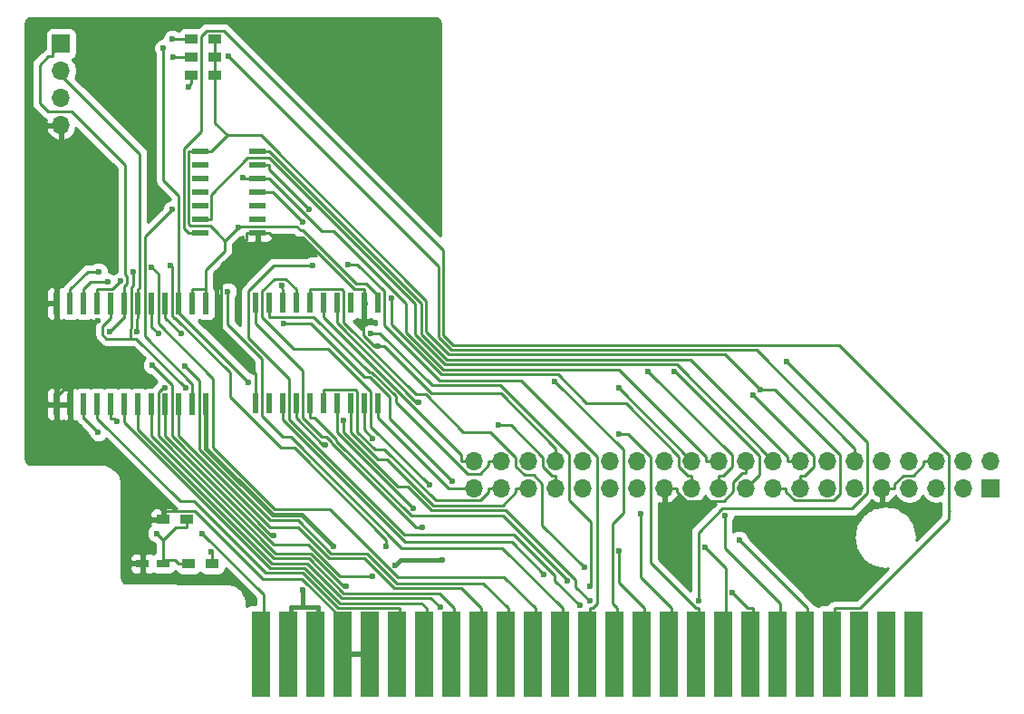
<source format=gbr>
G04 #@! TF.FileFunction,Copper,L2,Bot,Mixed*
%FSLAX46Y46*%
G04 Gerber Fmt 4.6, Leading zero omitted, Abs format (unit mm)*
G04 Created by KiCad (PCBNEW 4.0.7) date 01/15/20 01:18:49*
%MOMM*%
%LPD*%
G01*
G04 APERTURE LIST*
%ADD10C,0.100000*%
%ADD11R,1.700000X1.700000*%
%ADD12O,1.700000X1.700000*%
%ADD13R,1.800000X8.000000*%
%ADD14R,1.200000X0.750000*%
%ADD15R,1.200000X0.900000*%
%ADD16R,1.500000X0.600000*%
%ADD17R,0.600000X1.950000*%
%ADD18R,0.600000X2.000000*%
%ADD19C,0.600000*%
%ADD20C,0.250000*%
%ADD21C,0.400000*%
%ADD22C,0.254000*%
G04 APERTURE END LIST*
D10*
D11*
X195199000Y-94297500D03*
D12*
X195199000Y-91757500D03*
X192659000Y-94297500D03*
X192659000Y-91757500D03*
X190119000Y-94297500D03*
X190119000Y-91757500D03*
X187579000Y-94297500D03*
X187579000Y-91757500D03*
X185039000Y-94297500D03*
X185039000Y-91757500D03*
X182499000Y-94297500D03*
X182499000Y-91757500D03*
X179959000Y-94297500D03*
X179959000Y-91757500D03*
X177419000Y-94297500D03*
X177419000Y-91757500D03*
X174879000Y-94297500D03*
X174879000Y-91757500D03*
X172339000Y-94297500D03*
X172339000Y-91757500D03*
X169799000Y-94297500D03*
X169799000Y-91757500D03*
X167259000Y-94297500D03*
X167259000Y-91757500D03*
X164719000Y-94297500D03*
X164719000Y-91757500D03*
X162179000Y-94297500D03*
X162179000Y-91757500D03*
X159639000Y-94297500D03*
X159639000Y-91757500D03*
X157099000Y-94297500D03*
X157099000Y-91757500D03*
X154559000Y-94297500D03*
X154559000Y-91757500D03*
X152019000Y-94297500D03*
X152019000Y-91757500D03*
X149479000Y-94297500D03*
X149479000Y-91757500D03*
X146939000Y-94297500D03*
X146939000Y-91757500D03*
D13*
X187939840Y-109827440D03*
X185399840Y-109827440D03*
X182859840Y-109827440D03*
X180319840Y-109827440D03*
X177779840Y-109827440D03*
X175239840Y-109827440D03*
X172699840Y-109827440D03*
X170159840Y-109827440D03*
X167619840Y-109827440D03*
X165079840Y-109827440D03*
X162539840Y-109827440D03*
X159999840Y-109827440D03*
X157459840Y-109827440D03*
X154919840Y-109827440D03*
X152379840Y-109827440D03*
X149839840Y-109827440D03*
X147299840Y-109827440D03*
X144759840Y-109827440D03*
X142219840Y-109827440D03*
X139679840Y-109827440D03*
X137139840Y-109827440D03*
X134599840Y-109827440D03*
X132059840Y-109827440D03*
X129519840Y-109827440D03*
X126979840Y-109827440D03*
D14*
X115951000Y-101346000D03*
X117851000Y-101346000D03*
D15*
X120502000Y-52324000D03*
X122702000Y-52324000D03*
X120502000Y-54038500D03*
X122702000Y-54038500D03*
X120502000Y-55753000D03*
X122702000Y-55753000D03*
X120228000Y-101346000D03*
X122428000Y-101346000D03*
X117878000Y-97218500D03*
X120078000Y-97218500D03*
D16*
X126710000Y-62839600D03*
X126710000Y-64109600D03*
X126710000Y-65379600D03*
X126710000Y-66649600D03*
X126710000Y-67919600D03*
X126710000Y-69189600D03*
X126710000Y-70459600D03*
X121310000Y-70459600D03*
X121310000Y-69189600D03*
X121310000Y-67919600D03*
X121310000Y-66649600D03*
X121310000Y-65379600D03*
X121310000Y-64109600D03*
X121310000Y-62839600D03*
D17*
X137922000Y-86412800D03*
X136652000Y-86412800D03*
X135382000Y-86412800D03*
X134112000Y-86412800D03*
X132842000Y-86412800D03*
X131572000Y-86412800D03*
X130302000Y-86412800D03*
X129032000Y-86412800D03*
X127762000Y-86412800D03*
X126492000Y-86412800D03*
X126492000Y-77012800D03*
X127762000Y-77012800D03*
X129032000Y-77012800D03*
X130302000Y-77012800D03*
X131572000Y-77012800D03*
X132842000Y-77012800D03*
X134112000Y-77012800D03*
X135382000Y-77012800D03*
X136652000Y-77012800D03*
X137922000Y-77012800D03*
D18*
X121869000Y-86463600D03*
X120599000Y-86463600D03*
X119329000Y-86463600D03*
X118059000Y-86463600D03*
X116789000Y-86463600D03*
X115519000Y-86463600D03*
X114249000Y-86463600D03*
X112979000Y-86463600D03*
X111709000Y-86463600D03*
X110439000Y-86463600D03*
X109169000Y-86463600D03*
X107899000Y-86463600D03*
X107899000Y-77063600D03*
X109169000Y-77063600D03*
X110439000Y-77063600D03*
X111709000Y-77063600D03*
X112979000Y-77063600D03*
X114249000Y-77063600D03*
X115519000Y-77063600D03*
X116789000Y-77063600D03*
X118059000Y-77063600D03*
X119329000Y-77063600D03*
X120599000Y-77063600D03*
X121869000Y-77063600D03*
D11*
X108331000Y-52768500D03*
D12*
X108331000Y-55308500D03*
X108331000Y-57848500D03*
X108331000Y-60388500D03*
D19*
X111799800Y-78676800D03*
X137952500Y-81010400D03*
X123295600Y-80393300D03*
X133804400Y-99775600D03*
X130952900Y-103788200D03*
X143933500Y-101011400D03*
X139590400Y-101494400D03*
X115431500Y-79667800D03*
X113875800Y-74979100D03*
X111820900Y-74072000D03*
X144902900Y-93668000D03*
X129145500Y-78943800D03*
X112709400Y-75045100D03*
X117441700Y-79899700D03*
X119567800Y-79883600D03*
X112864900Y-79684100D03*
X119954900Y-84908700D03*
X115045300Y-74092200D03*
X131486400Y-68222600D03*
X130897100Y-69403900D03*
X141782500Y-86273800D03*
X170360300Y-96882600D03*
X157217400Y-101711700D03*
X155625600Y-102973800D03*
X171081000Y-104093500D03*
X153414900Y-102337100D03*
X142079100Y-97976200D03*
X168519600Y-99851000D03*
X160469800Y-89230300D03*
X167883800Y-104840900D03*
X176144200Y-82476800D03*
X162464500Y-96690300D03*
X137259900Y-79821400D03*
X157735300Y-103517500D03*
X160480400Y-100210800D03*
X154489100Y-84333300D03*
X134748700Y-87950300D03*
X157737300Y-104857300D03*
X135179700Y-73382500D03*
X131844300Y-73480300D03*
X156797300Y-105290800D03*
X123921000Y-75940400D03*
X118581300Y-73472600D03*
X138742700Y-99776500D03*
X116803500Y-73684000D03*
X119873300Y-82893500D03*
X116824400Y-82814200D03*
X128204500Y-98699900D03*
X137459600Y-102543000D03*
X143748100Y-105458600D03*
X113570200Y-88061000D03*
X111813100Y-89112500D03*
X137474800Y-89657400D03*
X118027000Y-84927300D03*
X135016400Y-103498100D03*
X173700200Y-85133500D03*
X124921000Y-69925300D03*
X160460200Y-84958700D03*
X139175000Y-76586900D03*
X149236400Y-88425100D03*
X128925700Y-75380200D03*
X141262000Y-96239800D03*
X171684500Y-99142800D03*
X132996000Y-90235400D03*
X123960600Y-53953900D03*
X122321700Y-100279900D03*
X142765200Y-94024000D03*
X121518600Y-98539600D03*
X120265800Y-56805600D03*
X118767000Y-54053000D03*
X118734400Y-52324000D03*
X117902700Y-53188500D03*
X125844000Y-84389600D03*
X118708700Y-68275100D03*
X125345800Y-65294000D03*
X172979100Y-85655300D03*
X117262000Y-98534500D03*
X165628100Y-83396500D03*
X163186400Y-83412700D03*
D20*
X188943700Y-92115000D02*
X188943700Y-91757500D01*
X187936500Y-93122200D02*
X188943700Y-92115000D01*
X187022200Y-93122200D02*
X187936500Y-93122200D01*
X186214300Y-93930100D02*
X187022200Y-93122200D01*
X186214300Y-94297500D02*
X186214300Y-93930100D01*
X185039000Y-94297500D02*
X186214300Y-94297500D01*
X190119000Y-91757500D02*
X188943700Y-91757500D01*
X107899000Y-86463600D02*
X107899000Y-85800900D01*
X107899000Y-77063600D02*
X107899000Y-78388900D01*
X107923500Y-78388900D02*
X108561600Y-79027000D01*
X107899000Y-78388900D02*
X107923500Y-78388900D01*
X109223700Y-87788900D02*
X109169000Y-87788900D01*
X117878000Y-96443200D02*
X109223700Y-87788900D01*
X115951000Y-98220200D02*
X115951000Y-101346000D01*
X116952700Y-97218500D02*
X115951000Y-98220200D01*
X117878000Y-97218500D02*
X116952700Y-97218500D01*
X109169000Y-86463600D02*
X109169000Y-87788900D01*
X117878000Y-97218500D02*
X117878000Y-96555800D01*
X117878000Y-96555800D02*
X117878000Y-96443200D01*
X108561600Y-85138300D02*
X109169000Y-85138300D01*
X108561600Y-79027000D02*
X108561600Y-85138300D01*
X108561600Y-85138300D02*
X107899000Y-85800900D01*
X109169000Y-86463600D02*
X109169000Y-85138300D01*
X137922000Y-86412800D02*
X137922000Y-87713100D01*
X146939000Y-94297500D02*
X145763700Y-94297500D01*
X108911800Y-78676800D02*
X111799800Y-78676800D01*
X108561600Y-79027000D02*
X108911800Y-78676800D01*
X134863800Y-109827400D02*
X137403800Y-109827400D01*
X144506400Y-94297500D02*
X137922000Y-87713100D01*
X145763700Y-94297500D02*
X144506400Y-94297500D01*
X136652000Y-77012800D02*
X136652000Y-78313100D01*
X171971600Y-92932800D02*
X172339000Y-92932800D01*
X171163700Y-93740700D02*
X171971600Y-92932800D01*
X171163700Y-94595100D02*
X171163700Y-93740700D01*
X170255200Y-95503600D02*
X171163700Y-94595100D01*
X166733100Y-95503600D02*
X170255200Y-95503600D01*
X165894300Y-94664800D02*
X166733100Y-95503600D01*
X165894300Y-94297500D02*
X165894300Y-94664800D01*
X164719000Y-94297500D02*
X165894300Y-94297500D01*
X172339000Y-91757500D02*
X172339000Y-92932800D01*
X136652000Y-77012800D02*
X136652000Y-75712500D01*
X126710000Y-70459600D02*
X127785300Y-70459600D01*
X126710000Y-70459600D02*
X125634700Y-70459600D01*
X154559000Y-91757500D02*
X154559000Y-90582200D01*
X126492000Y-83589700D02*
X123295600Y-80393300D01*
X126492000Y-86412800D02*
X126492000Y-83589700D01*
X125634700Y-71096500D02*
X125634700Y-70459600D01*
X123295600Y-73435600D02*
X125634700Y-71096500D01*
X123295600Y-80393300D02*
X123295600Y-73435600D01*
X134863800Y-106814500D02*
X134863800Y-109827400D01*
X130829800Y-102780500D02*
X134863800Y-106814500D01*
X127210300Y-102780500D02*
X130829800Y-102780500D01*
X120873000Y-96443200D02*
X127210300Y-102780500D01*
X117878000Y-96443200D02*
X120873000Y-96443200D01*
X137562100Y-81010400D02*
X137952500Y-81010400D01*
X136583100Y-80031400D02*
X137562100Y-81010400D01*
X136583100Y-78382000D02*
X136583100Y-80031400D01*
X136652000Y-78313100D02*
X136583100Y-78382000D01*
X135738800Y-75712500D02*
X136652000Y-75712500D01*
X130936200Y-70909900D02*
X135738800Y-75712500D01*
X128235600Y-70909900D02*
X130936200Y-70909900D01*
X127785300Y-70459600D02*
X128235600Y-70909900D01*
X107899000Y-61956800D02*
X107899000Y-77063600D01*
X107506000Y-61563800D02*
X107899000Y-61956800D01*
X138494600Y-81010400D02*
X137952500Y-81010400D01*
X142920500Y-85436300D02*
X138494600Y-81010400D01*
X149413100Y-85436300D02*
X142920500Y-85436300D01*
X154559000Y-90582200D02*
X149413100Y-85436300D01*
D21*
X121869000Y-86463600D02*
X121869000Y-87863900D01*
X132323800Y-109827400D02*
X132323800Y-105427100D01*
X129783800Y-109827400D02*
X129783800Y-105427100D01*
X130825400Y-96796600D02*
X133804400Y-99775600D01*
X128090400Y-96796600D02*
X130825400Y-96796600D01*
X121869000Y-90575200D02*
X128090400Y-96796600D01*
X121869000Y-87863900D02*
X121869000Y-90575200D01*
X130952900Y-105427100D02*
X130952900Y-103788200D01*
X129783800Y-105427100D02*
X130952900Y-105427100D01*
X130952900Y-105427100D02*
X132323800Y-105427100D01*
X140073400Y-101011400D02*
X143933500Y-101011400D01*
X139590400Y-101494400D02*
X140073400Y-101011400D01*
D20*
X108331000Y-55308500D02*
X108331000Y-55689500D01*
X108331000Y-55689500D02*
X115697000Y-63055500D01*
X115697000Y-63055500D02*
X115697000Y-64516000D01*
X115697000Y-64516000D02*
X115671400Y-64516000D01*
X115519000Y-77063600D02*
X115519000Y-78388900D01*
X115671400Y-75585900D02*
X115519000Y-75738300D01*
X115671400Y-64281900D02*
X115671400Y-64516000D01*
X115671400Y-64516000D02*
X115671400Y-75585900D01*
X115519000Y-77063600D02*
X115519000Y-75738300D01*
X115431500Y-78476400D02*
X115431500Y-79667800D01*
X115519000Y-78388900D02*
X115431500Y-78476400D01*
X113116600Y-75738300D02*
X111709000Y-75738300D01*
X113875800Y-74979100D02*
X113116600Y-75738300D01*
X111709000Y-77063600D02*
X111709000Y-75738300D01*
X110835300Y-74072000D02*
X111820900Y-74072000D01*
X109169000Y-75738300D02*
X110835300Y-74072000D01*
X109169000Y-77063600D02*
X109169000Y-75738300D01*
X139023100Y-87788200D02*
X144902900Y-93668000D01*
X139023100Y-85767300D02*
X139023100Y-87788200D01*
X137200600Y-83944800D02*
X139023100Y-85767300D01*
X136688800Y-83944800D02*
X137200600Y-83944800D01*
X131687800Y-78943800D02*
X136688800Y-83944800D01*
X129145500Y-78943800D02*
X131687800Y-78943800D01*
X110439000Y-77063600D02*
X110439000Y-75738300D01*
X111132200Y-75045100D02*
X112709400Y-75045100D01*
X110439000Y-75738300D02*
X111132200Y-75045100D01*
X116789000Y-79247000D02*
X117441700Y-79899700D01*
X116789000Y-77063600D02*
X116789000Y-79247000D01*
X118059000Y-77063600D02*
X118059000Y-78388900D01*
X118073100Y-78388900D02*
X119567800Y-79883600D01*
X118059000Y-78388900D02*
X118073100Y-78388900D01*
X114324300Y-65532000D02*
X114324300Y-64159300D01*
X114324300Y-64159300D02*
X114300000Y-64135000D01*
X107886500Y-59118500D02*
X109283500Y-59118500D01*
X114249000Y-75738300D02*
X114249000Y-75490300D01*
X114249000Y-75490300D02*
X114501100Y-75238200D01*
X114501100Y-75238200D02*
X114501100Y-74514800D01*
X114501100Y-74514800D02*
X114324300Y-74338000D01*
X114324300Y-74338000D02*
X114324300Y-65532000D01*
X114249000Y-75738300D02*
X114249000Y-77063600D01*
X109283500Y-59118500D02*
X114300000Y-64135000D01*
X107506000Y-53911500D02*
X107506000Y-53593500D01*
X107506000Y-53593500D02*
X108331000Y-52768500D01*
X114249000Y-78388900D02*
X114160100Y-78388900D01*
X114160100Y-78388900D02*
X112864900Y-79684100D01*
X114249000Y-77063600D02*
X114249000Y-78388900D01*
X107506000Y-53911500D02*
X107506000Y-53943800D01*
X107138700Y-53943800D02*
X107506000Y-53943800D01*
X106327600Y-54754900D02*
X107138700Y-53943800D01*
X106327600Y-58357400D02*
X106327600Y-54754900D01*
X107088700Y-59118500D02*
X106327600Y-58357400D01*
X107922700Y-59118500D02*
X107886500Y-59118500D01*
X107886500Y-59118500D02*
X107088700Y-59118500D01*
X112979000Y-77063600D02*
X112979000Y-78388900D01*
X112551500Y-80326800D02*
X114795700Y-80326800D01*
X112206200Y-79981500D02*
X112551500Y-80326800D01*
X112206200Y-79161700D02*
X112206200Y-79981500D01*
X112979000Y-78388900D02*
X112206200Y-79161700D01*
X115373000Y-80326800D02*
X119954900Y-84908700D01*
X114795700Y-80326800D02*
X115373000Y-80326800D01*
X115045300Y-75378100D02*
X115045300Y-74092200D01*
X114884700Y-75538700D02*
X115045300Y-75378100D01*
X114884700Y-79327600D02*
X114884700Y-75538700D01*
X114795700Y-79416600D02*
X114884700Y-79327600D01*
X114795700Y-80326800D02*
X114795700Y-79416600D01*
X182640700Y-105488200D02*
X182992300Y-105488200D01*
X191389000Y-96456500D02*
X191294600Y-96456500D01*
X191294600Y-96550900D02*
X191389000Y-96456500D01*
X191294600Y-97185900D02*
X191294600Y-96550900D01*
X182992300Y-105488200D02*
X191294600Y-97185900D01*
X121310000Y-70459600D02*
X120234700Y-70459600D01*
X180583800Y-109827400D02*
X180583800Y-105502100D01*
X119784400Y-70009300D02*
X120234700Y-70459600D01*
X119784400Y-62612400D02*
X119784400Y-70009300D01*
X121427400Y-60969400D02*
X119784400Y-62612400D01*
X121427400Y-52072800D02*
X121427400Y-60969400D01*
X121951600Y-51548600D02*
X121427400Y-52072800D01*
X123514900Y-51548600D02*
X121951600Y-51548600D01*
X144026900Y-72060600D02*
X123514900Y-51548600D01*
X144026900Y-80004200D02*
X144026900Y-72060600D01*
X144939600Y-80916900D02*
X144026900Y-80004200D01*
X180999000Y-80916900D02*
X144939600Y-80916900D01*
X191294600Y-91212500D02*
X180999000Y-80916900D01*
X191294600Y-96456500D02*
X191294600Y-91212500D01*
X182626800Y-105502100D02*
X182640700Y-105488200D01*
X180583800Y-105502100D02*
X182626800Y-105502100D01*
X127785300Y-64521500D02*
X127785300Y-64109600D01*
X131486400Y-68222600D02*
X127785300Y-64521500D01*
X126710000Y-64109600D02*
X127785300Y-64109600D01*
X128142800Y-66649600D02*
X130897100Y-69403900D01*
X126710000Y-66649600D02*
X128142800Y-66649600D01*
X170360300Y-99905000D02*
X170360300Y-96882600D01*
X175503800Y-105048500D02*
X170360300Y-99905000D01*
X175503800Y-109827400D02*
X175503800Y-105048500D01*
X141522000Y-86273800D02*
X141782500Y-86273800D01*
X134112000Y-78863800D02*
X141522000Y-86273800D01*
X134112000Y-77012800D02*
X134112000Y-78863800D01*
X131572000Y-77012800D02*
X131572000Y-75712500D01*
X153289000Y-97783300D02*
X157217400Y-101711700D01*
X153289000Y-93883300D02*
X153289000Y-97783300D01*
X152466600Y-93060900D02*
X153289000Y-93883300D01*
X151621400Y-93060900D02*
X152466600Y-93060900D01*
X150843600Y-92283100D02*
X151621400Y-93060900D01*
X150843600Y-91456900D02*
X150843600Y-92283100D01*
X148437100Y-89050400D02*
X150843600Y-91456900D01*
X145897700Y-89050400D02*
X148437100Y-89050400D01*
X142415100Y-85567800D02*
X145897700Y-89050400D01*
X141477400Y-85567800D02*
X142415100Y-85567800D01*
X134739200Y-78829600D02*
X141477400Y-85567800D01*
X134739200Y-75893200D02*
X134739200Y-78829600D01*
X134558500Y-75712500D02*
X134739200Y-75893200D01*
X131572000Y-75712500D02*
X134558500Y-75712500D01*
X172489600Y-105502100D02*
X171081000Y-104093500D01*
X172963800Y-105502100D02*
X172489600Y-105502100D01*
X172963800Y-109827400D02*
X172963800Y-105502100D01*
X131572000Y-86412800D02*
X131572000Y-87713100D01*
X131995000Y-87713100D02*
X131572000Y-87713100D01*
X134071600Y-89789700D02*
X131995000Y-87713100D01*
X134071600Y-89936700D02*
X134071600Y-89789700D01*
X141037500Y-96902600D02*
X134071600Y-89936700D01*
X149663800Y-96902600D02*
X141037500Y-96902600D01*
X155625600Y-102864400D02*
X149663800Y-96902600D01*
X155625600Y-102973800D02*
X155625600Y-102864400D01*
X129032000Y-86412800D02*
X129032000Y-87713100D01*
X150439500Y-99361700D02*
X153414900Y-102337100D01*
X140479300Y-99361700D02*
X150439500Y-99361700D01*
X129032000Y-87914400D02*
X140479300Y-99361700D01*
X129032000Y-87713100D02*
X129032000Y-87914400D01*
X170423800Y-109827400D02*
X170423800Y-105502100D01*
X170423800Y-101755200D02*
X168519600Y-99851000D01*
X170423800Y-105502100D02*
X170423800Y-101755200D01*
X126492000Y-78909400D02*
X126492000Y-77012800D01*
X130946600Y-83364000D02*
X126492000Y-78909400D01*
X130946600Y-87725500D02*
X130946600Y-83364000D01*
X132712800Y-89491700D02*
X130946600Y-87725500D01*
X133136700Y-89491700D02*
X132712800Y-89491700D01*
X133621300Y-89976300D02*
X133136700Y-89491700D01*
X133621300Y-90133800D02*
X133621300Y-89976300D01*
X141463700Y-97976200D02*
X133621300Y-90133800D01*
X142079100Y-97976200D02*
X141463700Y-97976200D01*
X167883800Y-109827400D02*
X167883800Y-105502100D01*
X161325500Y-89230300D02*
X160469800Y-89230300D01*
X163449000Y-91353800D02*
X161325500Y-89230300D01*
X163449000Y-101290500D02*
X163449000Y-91353800D01*
X167660600Y-105502100D02*
X163449000Y-101290500D01*
X167883800Y-105502100D02*
X167660600Y-105502100D01*
X183680100Y-90012700D02*
X176144200Y-82476800D01*
X183680100Y-94783100D02*
X183680100Y-90012700D01*
X182245700Y-96217500D02*
X183680100Y-94783100D01*
X170134700Y-96217500D02*
X182245700Y-96217500D01*
X167883800Y-98468400D02*
X170134700Y-96217500D01*
X167883800Y-104840900D02*
X167883800Y-98468400D01*
X162464500Y-102622800D02*
X162464500Y-96690300D01*
X165343800Y-105502100D02*
X162464500Y-102622800D01*
X165343800Y-109827400D02*
X165343800Y-105502100D01*
X157861100Y-103391700D02*
X157735300Y-103517500D01*
X157861100Y-97440400D02*
X157861100Y-103391700D01*
X155829000Y-95408300D02*
X157861100Y-97440400D01*
X155829000Y-91147900D02*
X155829000Y-95408300D01*
X149396200Y-84715100D02*
X155829000Y-91147900D01*
X142991600Y-84715100D02*
X149396200Y-84715100D01*
X138097900Y-79821400D02*
X142991600Y-84715100D01*
X137259900Y-79821400D02*
X138097900Y-79821400D01*
X162803800Y-109827400D02*
X162803800Y-105502100D01*
X160480400Y-103178700D02*
X160480400Y-100210800D01*
X162803800Y-105502100D02*
X160480400Y-103178700D01*
X160263800Y-109827400D02*
X160263800Y-105502100D01*
X160856100Y-90700300D02*
X154489100Y-84333300D01*
X160856100Y-96618900D02*
X160856100Y-90700300D01*
X159853000Y-97622000D02*
X160856100Y-96618900D01*
X159853000Y-105091300D02*
X159853000Y-97622000D01*
X160263800Y-105502100D02*
X159853000Y-105091300D01*
X156420900Y-103540900D02*
X157737300Y-104857300D01*
X156420900Y-102884000D02*
X156420900Y-103540900D01*
X149913200Y-96376300D02*
X156420900Y-102884000D01*
X142944300Y-96376300D02*
X149913200Y-96376300D01*
X140749300Y-94181300D02*
X142944300Y-96376300D01*
X139840400Y-94181300D02*
X140749300Y-94181300D01*
X134748700Y-89089600D02*
X139840400Y-94181300D01*
X134748700Y-87950300D02*
X134748700Y-89089600D01*
X157723800Y-109827400D02*
X157723800Y-105502100D01*
X136026800Y-73382500D02*
X135179700Y-73382500D01*
X138547300Y-75903000D02*
X136026800Y-73382500D01*
X138547300Y-79116000D02*
X138547300Y-75903000D01*
X143696000Y-84264700D02*
X138547300Y-79116000D01*
X151288700Y-84264700D02*
X143696000Y-84264700D01*
X158395400Y-91371400D02*
X151288700Y-84264700D01*
X158395400Y-105103800D02*
X158395400Y-91371400D01*
X157997100Y-105502100D02*
X158395400Y-105103800D01*
X157723800Y-105502100D02*
X157997100Y-105502100D01*
X128239200Y-73480300D02*
X131844300Y-73480300D01*
X125849300Y-75870200D02*
X128239200Y-73480300D01*
X125849300Y-80263000D02*
X125849300Y-75870200D01*
X129666900Y-84080600D02*
X125849300Y-80263000D01*
X129666900Y-87861700D02*
X129666900Y-84080600D01*
X140430400Y-98625200D02*
X129666900Y-87861700D01*
X150658800Y-98625200D02*
X140430400Y-98625200D01*
X154474300Y-102440700D02*
X150658800Y-98625200D01*
X154474300Y-102967800D02*
X154474300Y-102440700D01*
X156797300Y-105290800D02*
X154474300Y-102967800D01*
X155183800Y-109827400D02*
X155183800Y-105502100D01*
X149571000Y-99889300D02*
X155183800Y-105502100D01*
X140160400Y-99889300D02*
X149571000Y-99889300D01*
X129822200Y-89551100D02*
X140160400Y-99889300D01*
X129081200Y-89551100D02*
X129822200Y-89551100D01*
X127117400Y-87587300D02*
X129081200Y-89551100D01*
X127117400Y-82206400D02*
X127117400Y-87587300D01*
X123921000Y-79010000D02*
X127117400Y-82206400D01*
X123921000Y-75940400D02*
X123921000Y-79010000D01*
X130164902Y-90530200D02*
X130164902Y-90555502D01*
X118581300Y-73472600D02*
X118684400Y-73575700D01*
X118684400Y-73575700D02*
X118684400Y-78193200D01*
X118684400Y-78193200D02*
X118880200Y-78389000D01*
X118880200Y-78389000D02*
X118989400Y-78389000D01*
X118989400Y-78389000D02*
X124114500Y-83514100D01*
X124114500Y-83514100D02*
X124114500Y-85782400D01*
X124114500Y-85782400D02*
X128862300Y-90530200D01*
X128862300Y-90530200D02*
X130027200Y-90530200D01*
X130027200Y-90530200D02*
X130164902Y-90530200D01*
X130164902Y-90555502D02*
X130673300Y-91063900D01*
X138742700Y-99133300D02*
X138742700Y-99776500D01*
X130673300Y-91063900D02*
X138742700Y-99133300D01*
X152643800Y-109827400D02*
X152643800Y-105502100D01*
X117423800Y-74304300D02*
X116803500Y-73684000D01*
X117423800Y-78908000D02*
X117423800Y-74304300D01*
X122572700Y-84056900D02*
X117423800Y-78908000D01*
X122572700Y-90527500D02*
X122572700Y-84056900D01*
X128316500Y-96271300D02*
X122572700Y-90527500D01*
X133467400Y-96271300D02*
X128316500Y-96271300D01*
X139789400Y-102593300D02*
X133467400Y-96271300D01*
X149735000Y-102593300D02*
X139789400Y-102593300D01*
X152643800Y-105502100D02*
X149735000Y-102593300D01*
X150103800Y-109827400D02*
X150103800Y-105502100D01*
X121224300Y-84244500D02*
X119873300Y-82893500D01*
X121224300Y-90682800D02*
X121224300Y-84244500D01*
X127863500Y-97322000D02*
X121224300Y-90682800D01*
X130466600Y-97322000D02*
X127863500Y-97322000D01*
X130466600Y-97322100D02*
X130466600Y-97322000D01*
X133545400Y-100400900D02*
X130466600Y-97322100D01*
X136960100Y-100400900D02*
X133545400Y-100400900D01*
X139760000Y-103200800D02*
X136960100Y-100400900D01*
X147802500Y-103200800D02*
X139760000Y-103200800D01*
X150103800Y-105502100D02*
X147802500Y-103200800D01*
X118684300Y-84674100D02*
X116824400Y-82814200D01*
X118684300Y-89431100D02*
X118684300Y-84674100D01*
X127953100Y-98699900D02*
X118684300Y-89431100D01*
X128204500Y-98699900D02*
X127953100Y-98699900D01*
X147563800Y-109827400D02*
X147563800Y-105502100D01*
X119329000Y-86463600D02*
X119329000Y-87788900D01*
X145712800Y-103651100D02*
X147563800Y-105502100D01*
X139491800Y-103651100D02*
X145712800Y-103651100D01*
X136691900Y-100851200D02*
X139491800Y-103651100D01*
X133358800Y-100851200D02*
X136691900Y-100851200D01*
X130505000Y-97997400D02*
X133358800Y-100851200D01*
X127902000Y-97997400D02*
X130505000Y-97997400D01*
X119329000Y-89424400D02*
X127902000Y-97997400D01*
X119329000Y-87788900D02*
X119329000Y-89424400D01*
X134413700Y-102543000D02*
X137459600Y-102543000D01*
X131453500Y-99582800D02*
X134413700Y-102543000D01*
X128199100Y-99582800D02*
X131453500Y-99582800D01*
X118059000Y-89442700D02*
X128199100Y-99582800D01*
X118059000Y-86463600D02*
X118059000Y-89442700D01*
X145023800Y-109827400D02*
X145023800Y-105502100D01*
X116789000Y-86463600D02*
X116789000Y-87788900D01*
X143672900Y-104151200D02*
X145023800Y-105502100D01*
X134748100Y-104151200D02*
X143672900Y-104151200D01*
X131482700Y-100885800D02*
X134748100Y-104151200D01*
X128228300Y-100885800D02*
X131482700Y-100885800D01*
X116789000Y-89446500D02*
X128228300Y-100885800D01*
X116789000Y-87788900D02*
X116789000Y-89446500D01*
X142891000Y-104601500D02*
X143748100Y-105458600D01*
X134561500Y-104601500D02*
X142891000Y-104601500D01*
X131296100Y-101336100D02*
X134561500Y-104601500D01*
X128041700Y-101336100D02*
X131296100Y-101336100D01*
X115519000Y-88813400D02*
X128041700Y-101336100D01*
X115519000Y-86463600D02*
X115519000Y-88813400D01*
X142483800Y-109827400D02*
X142483800Y-105502100D01*
X114249000Y-86463600D02*
X114249000Y-87788900D01*
X142033500Y-105051800D02*
X142483800Y-105502100D01*
X134374900Y-105051800D02*
X142033500Y-105051800D01*
X131109500Y-101786400D02*
X134374900Y-105051800D01*
X127855100Y-101786400D02*
X131109500Y-101786400D01*
X114249000Y-88180300D02*
X127855100Y-101786400D01*
X114249000Y-87788900D02*
X114249000Y-88180300D01*
X113298100Y-87788900D02*
X113570200Y-88061000D01*
X112979000Y-87788900D02*
X113298100Y-87788900D01*
X112979000Y-86463600D02*
X112979000Y-87788900D01*
X139943800Y-109827400D02*
X139943800Y-105502100D01*
X111709000Y-86463600D02*
X111709000Y-87788900D01*
X134188300Y-105502100D02*
X139943800Y-105502100D01*
X130922900Y-102236700D02*
X134188300Y-105502100D01*
X127423000Y-102236700D02*
X130922900Y-102236700D01*
X120745100Y-95558800D02*
X127423000Y-102236700D01*
X119478900Y-95558800D02*
X120745100Y-95558800D01*
X111709000Y-87788900D02*
X119478900Y-95558800D01*
X110489500Y-87788900D02*
X111813100Y-89112500D01*
X110439000Y-87788900D02*
X110489500Y-87788900D01*
X110439000Y-86463600D02*
X110439000Y-87788900D01*
X134731900Y-103498100D02*
X135016400Y-103498100D01*
X131669300Y-100435500D02*
X134731900Y-103498100D01*
X128414900Y-100435500D02*
X131669300Y-100435500D01*
X117414700Y-89435300D02*
X128414900Y-100435500D01*
X117414700Y-85345300D02*
X117414700Y-89435300D01*
X117832700Y-84927300D02*
X117414700Y-85345300D01*
X118027000Y-84927300D02*
X117832700Y-84927300D01*
X136652000Y-88834600D02*
X136652000Y-86412800D01*
X137474800Y-89657400D02*
X136652000Y-88834600D01*
X122702000Y-55753000D02*
X122702000Y-56528300D01*
X122702000Y-55753000D02*
X122702000Y-54038500D01*
X122702000Y-54038500D02*
X122702000Y-52324000D01*
X121310000Y-62839600D02*
X122385300Y-62839600D01*
X123869900Y-61355000D02*
X122385300Y-62839600D01*
X122702000Y-60187100D02*
X122702000Y-56528300D01*
X123869900Y-61355000D02*
X122702000Y-60187100D01*
X121310000Y-62839600D02*
X120234700Y-62839600D01*
X174879000Y-94297500D02*
X176054300Y-94297500D01*
X175055900Y-85133500D02*
X173700200Y-85133500D01*
X181142700Y-91220300D02*
X175055900Y-85133500D01*
X181142700Y-94868500D02*
X181142700Y-91220300D01*
X180538400Y-95472800D02*
X181142700Y-94868500D01*
X176862200Y-95472800D02*
X180538400Y-95472800D01*
X176054300Y-94664900D02*
X176862200Y-95472800D01*
X176054300Y-94297500D02*
X176054300Y-94664900D01*
X123658300Y-71188000D02*
X124921000Y-69925300D01*
X122971700Y-70501500D02*
X123658300Y-71188000D01*
X122971600Y-70501500D02*
X122971700Y-70501500D01*
X122285100Y-69815000D02*
X122971600Y-70501500D01*
X120425200Y-69815000D02*
X122285100Y-69815000D01*
X120234700Y-69624500D02*
X120425200Y-69815000D01*
X120234700Y-62839600D02*
X120234700Y-69624500D01*
X120599000Y-77063600D02*
X120599000Y-75738300D01*
X121869000Y-75738300D02*
X120599000Y-75738300D01*
X121869000Y-73907000D02*
X121869000Y-75738300D01*
X123658300Y-72117700D02*
X121869000Y-73907000D01*
X123658300Y-71188100D02*
X123658300Y-72117700D01*
X123658300Y-71188000D02*
X123658300Y-71188100D01*
X121869000Y-75738300D02*
X121869000Y-77063600D01*
X126993300Y-61355000D02*
X123869900Y-61355000D01*
X142450900Y-76812600D02*
X126993300Y-61355000D01*
X142450900Y-79721600D02*
X142450900Y-76812600D01*
X144557700Y-81828400D02*
X142450900Y-79721600D01*
X170395100Y-81828400D02*
X144557700Y-81828400D01*
X173700200Y-85133500D02*
X170395100Y-81828400D01*
X137922000Y-76293100D02*
X137922000Y-77012800D01*
X136845500Y-75216600D02*
X137922000Y-76293100D01*
X135879800Y-75216600D02*
X136845500Y-75216600D01*
X130897700Y-70234500D02*
X135879800Y-75216600D01*
X130712300Y-70234500D02*
X130897700Y-70234500D01*
X130312000Y-69834200D02*
X130712300Y-70234500D01*
X125012100Y-69834200D02*
X130312000Y-69834200D01*
X124921000Y-69925300D02*
X125012100Y-69834200D01*
X167259000Y-91757500D02*
X160460200Y-84958700D01*
X167259000Y-94297500D02*
X167259000Y-93122200D01*
X139175000Y-79022100D02*
X139175000Y-76586900D01*
X143860900Y-83708000D02*
X139175000Y-79022100D01*
X154748200Y-83708000D02*
X143860900Y-83708000D01*
X157441500Y-86401300D02*
X154748200Y-83708000D01*
X161099000Y-86401300D02*
X157441500Y-86401300D01*
X166083700Y-91386000D02*
X161099000Y-86401300D01*
X166083700Y-92314300D02*
X166083700Y-91386000D01*
X166891600Y-93122200D02*
X166083700Y-92314300D01*
X167259000Y-93122200D02*
X166891600Y-93122200D01*
X154559000Y-94297500D02*
X154559000Y-93122200D01*
X150358000Y-88425100D02*
X149236400Y-88425100D01*
X153383700Y-91450800D02*
X150358000Y-88425100D01*
X153383700Y-92314300D02*
X153383700Y-91450800D01*
X154191600Y-93122200D02*
X153383700Y-92314300D01*
X154559000Y-93122200D02*
X154191600Y-93122200D01*
X128925700Y-75606200D02*
X128925700Y-75380200D01*
X129032000Y-75712500D02*
X128925700Y-75606200D01*
X129032000Y-77012800D02*
X129032000Y-75712500D01*
X178043800Y-109827400D02*
X178043800Y-105502100D01*
X134112000Y-86412800D02*
X134112000Y-87713100D01*
X178043800Y-105502100D02*
X171684500Y-99142800D01*
X134112000Y-89089800D02*
X134112000Y-87713100D01*
X141262000Y-96239800D02*
X134112000Y-89089800D01*
X130302000Y-87755400D02*
X130302000Y-86412800D01*
X132782000Y-90235400D02*
X130302000Y-87755400D01*
X132996000Y-90235400D02*
X132782000Y-90235400D01*
X182499000Y-91757500D02*
X182499000Y-90582200D01*
X143576500Y-73569800D02*
X123960600Y-53953900D01*
X143576500Y-80190700D02*
X143576500Y-73569800D01*
X144763900Y-81378100D02*
X143576500Y-80190700D01*
X173294900Y-81378100D02*
X144763900Y-81378100D01*
X182499000Y-90582200D02*
X173294900Y-81378100D01*
X122428000Y-100386200D02*
X122428000Y-101346000D01*
X122321700Y-100279900D02*
X122428000Y-100386200D01*
X130302000Y-77012800D02*
X130302000Y-75712500D01*
X129335100Y-74745600D02*
X130302000Y-75712500D01*
X128263500Y-74745600D02*
X129335100Y-74745600D01*
X127136600Y-75872500D02*
X128263500Y-74745600D01*
X127136600Y-78372200D02*
X127136600Y-75872500D01*
X130028000Y-81263600D02*
X127136600Y-78372200D01*
X133287600Y-81263600D02*
X130028000Y-81263600D01*
X137296600Y-85272600D02*
X133287600Y-81263600D01*
X137296600Y-88555400D02*
X137296600Y-85272600D01*
X142765200Y-94024000D02*
X137296600Y-88555400D01*
X177419000Y-91757500D02*
X176243700Y-91757500D01*
X176243700Y-91390200D02*
X176243700Y-91757500D01*
X167160800Y-82307300D02*
X176243700Y-91390200D01*
X144386800Y-82307300D02*
X167160800Y-82307300D01*
X142000600Y-79921100D02*
X144386800Y-82307300D01*
X142000600Y-77037700D02*
X142000600Y-79921100D01*
X127802500Y-62839600D02*
X142000600Y-77037700D01*
X126710000Y-62839600D02*
X127802500Y-62839600D01*
X122385300Y-66875500D02*
X122385300Y-69189600D01*
X125786200Y-63474600D02*
X122385300Y-66875500D01*
X127799900Y-63474600D02*
X125786200Y-63474600D01*
X141380100Y-77054800D02*
X127799900Y-63474600D01*
X141380100Y-79953400D02*
X141380100Y-77054800D01*
X144197000Y-82770300D02*
X141380100Y-79953400D01*
X165891800Y-82770300D02*
X144197000Y-82770300D01*
X174879000Y-91757500D02*
X165891800Y-82770300D01*
X121310000Y-69189600D02*
X122385300Y-69189600D01*
X152019000Y-94297500D02*
X150843700Y-94297500D01*
X135382000Y-86412800D02*
X135382000Y-87713100D01*
X150843700Y-94664800D02*
X150843700Y-94297500D01*
X149582500Y-95926000D02*
X150843700Y-94664800D01*
X143130900Y-95926000D02*
X149582500Y-95926000D01*
X138829000Y-91624100D02*
X143130900Y-95926000D01*
X137920100Y-91624100D02*
X138829000Y-91624100D01*
X135382000Y-89086000D02*
X137920100Y-91624100D01*
X135382000Y-87713100D02*
X135382000Y-89086000D01*
X135824200Y-85112500D02*
X132842000Y-85112500D01*
X136026600Y-85314900D02*
X135824200Y-85112500D01*
X136026600Y-89093700D02*
X136026600Y-85314900D01*
X137656400Y-90723500D02*
X136026600Y-89093700D01*
X138565300Y-90723500D02*
X137656400Y-90723500D01*
X143317400Y-95475600D02*
X138565300Y-90723500D01*
X147492900Y-95475600D02*
X143317400Y-95475600D01*
X148303700Y-94664800D02*
X147492900Y-95475600D01*
X148303700Y-94297500D02*
X148303700Y-94664800D01*
X149479000Y-94297500D02*
X148303700Y-94297500D01*
X132842000Y-86412800D02*
X132842000Y-85112500D01*
X127243800Y-109827400D02*
X127243800Y-105502100D01*
X127243800Y-104264800D02*
X121518600Y-98539600D01*
X127243800Y-105502100D02*
X127243800Y-104264800D01*
X120502000Y-55753000D02*
X120502000Y-56528300D01*
X120265800Y-56764500D02*
X120265800Y-56805600D01*
X120502000Y-56528300D02*
X120265800Y-56764500D01*
X118781500Y-54038500D02*
X118767000Y-54053000D01*
X120502000Y-54038500D02*
X118781500Y-54038500D01*
X120502000Y-52324000D02*
X118734400Y-52324000D01*
X119329000Y-76400900D02*
X119329000Y-75738300D01*
X119329000Y-76400900D02*
X119329000Y-77063600D01*
X119334100Y-75733200D02*
X119329000Y-75738300D01*
X119334100Y-66995400D02*
X119334100Y-75733200D01*
X117902700Y-65564000D02*
X119334100Y-66995400D01*
X117902700Y-53188500D02*
X117902700Y-65564000D01*
X119329000Y-77874600D02*
X125844000Y-84389600D01*
X119329000Y-77063600D02*
X119329000Y-77874600D01*
X120599000Y-86463600D02*
X120599000Y-85138300D01*
X125431400Y-65379600D02*
X125345800Y-65294000D01*
X126710000Y-65379600D02*
X125431400Y-65379600D01*
X116163700Y-70820100D02*
X118708700Y-68275100D01*
X116163700Y-80129500D02*
X116163700Y-70820100D01*
X120599000Y-84564800D02*
X116163700Y-80129500D01*
X120599000Y-85138300D02*
X120599000Y-84564800D01*
X169799000Y-91757500D02*
X168623700Y-91757500D01*
X126710000Y-65379600D02*
X127785300Y-65379600D01*
X127785300Y-65406700D02*
X127785300Y-65379600D01*
X132666900Y-70288300D02*
X127785300Y-65406700D01*
X133778800Y-70288300D02*
X132666900Y-70288300D01*
X140524400Y-77033900D02*
X133778800Y-70288300D01*
X140524400Y-79734600D02*
X140524400Y-77033900D01*
X144047500Y-83257700D02*
X140524400Y-79734600D01*
X160491200Y-83257700D02*
X144047500Y-83257700D01*
X168623700Y-91390200D02*
X160491200Y-83257700D01*
X168623700Y-91757500D02*
X168623700Y-91390200D01*
X132847100Y-78313100D02*
X132842000Y-78313100D01*
X145763700Y-91229700D02*
X132847100Y-78313100D01*
X145763700Y-91757500D02*
X145763700Y-91229700D01*
X146939000Y-91757500D02*
X145763700Y-91757500D01*
X132842000Y-77012800D02*
X132842000Y-78313100D01*
X177419000Y-94297500D02*
X177419000Y-93122200D01*
X178637900Y-91314100D02*
X172979100Y-85655300D01*
X178637900Y-92270600D02*
X178637900Y-91314100D01*
X177786300Y-93122200D02*
X178637900Y-92270600D01*
X177419000Y-93122200D02*
X177786300Y-93122200D01*
X120078000Y-97218500D02*
X120078000Y-97993800D01*
X117851000Y-101346000D02*
X117851000Y-100995800D01*
X117851000Y-100995800D02*
X117851000Y-100645700D01*
X118952500Y-100995800D02*
X119302700Y-101346000D01*
X117851000Y-100995800D02*
X118952500Y-100995800D01*
X120228000Y-101346000D02*
X119302700Y-101346000D01*
X117878900Y-99151400D02*
X117262000Y-98534500D01*
X117851000Y-99179300D02*
X117878900Y-99151400D01*
X117851000Y-100645700D02*
X117851000Y-99179300D01*
X119036500Y-97993800D02*
X120078000Y-97993800D01*
X117878900Y-99151400D02*
X119036500Y-97993800D01*
X165705100Y-83396500D02*
X165628100Y-83396500D01*
X173554300Y-91245700D02*
X165705100Y-83396500D01*
X173554300Y-93082200D02*
X173554300Y-91245700D01*
X172339000Y-94297500D02*
X173554300Y-93082200D01*
X169799000Y-94297500D02*
X169799000Y-93122200D01*
X171014300Y-91240600D02*
X163186400Y-83412700D01*
X171014300Y-92274200D02*
X171014300Y-91240600D01*
X170166300Y-93122200D02*
X171014300Y-92274200D01*
X169799000Y-93122200D02*
X170166300Y-93122200D01*
X149479000Y-91757500D02*
X148303700Y-91757500D01*
X127762000Y-77012800D02*
X127762000Y-78313100D01*
X148303700Y-92124800D02*
X148303700Y-91757500D01*
X147480400Y-92948100D02*
X148303700Y-92124800D01*
X146305600Y-92948100D02*
X147480400Y-92948100D01*
X139632400Y-86274900D02*
X146305600Y-92948100D01*
X139632400Y-85739700D02*
X139632400Y-86274900D01*
X137387200Y-83494500D02*
X139632400Y-85739700D01*
X137142700Y-83494500D02*
X137387200Y-83494500D01*
X131961300Y-78313100D02*
X137142700Y-83494500D01*
X127762000Y-78313100D02*
X131961300Y-78313100D01*
D22*
G36*
X134726840Y-109700440D02*
X137012840Y-109700440D01*
X137012840Y-109680440D01*
X137266840Y-109680440D01*
X137266840Y-109700440D01*
X137286840Y-109700440D01*
X137286840Y-109954440D01*
X137266840Y-109954440D01*
X137266840Y-109974440D01*
X137012840Y-109974440D01*
X137012840Y-109954440D01*
X134726840Y-109954440D01*
X134726840Y-109974440D01*
X134472840Y-109974440D01*
X134472840Y-109954440D01*
X134452840Y-109954440D01*
X134452840Y-109700440D01*
X134472840Y-109700440D01*
X134472840Y-109680440D01*
X134726840Y-109680440D01*
X134726840Y-109700440D01*
X134726840Y-109700440D01*
G37*
X134726840Y-109700440D02*
X137012840Y-109700440D01*
X137012840Y-109680440D01*
X137266840Y-109680440D01*
X137266840Y-109700440D01*
X137286840Y-109700440D01*
X137286840Y-109954440D01*
X137266840Y-109954440D01*
X137266840Y-109974440D01*
X137012840Y-109974440D01*
X137012840Y-109954440D01*
X134726840Y-109954440D01*
X134726840Y-109974440D01*
X134472840Y-109974440D01*
X134472840Y-109954440D01*
X134452840Y-109954440D01*
X134452840Y-109700440D01*
X134472840Y-109700440D01*
X134472840Y-109680440D01*
X134726840Y-109680440D01*
X134726840Y-109700440D01*
G36*
X143479877Y-50412811D02*
X143615841Y-50503658D01*
X143706689Y-50639622D01*
X143752500Y-50869931D01*
X143752500Y-70711398D01*
X124052301Y-51011199D01*
X123805739Y-50846452D01*
X123514900Y-50788600D01*
X121951600Y-50788600D01*
X121660761Y-50846452D01*
X121414199Y-51011199D01*
X121182530Y-51242868D01*
X121102000Y-51226560D01*
X119902000Y-51226560D01*
X119666683Y-51270838D01*
X119450559Y-51409910D01*
X119345274Y-51564000D01*
X119296863Y-51564000D01*
X119264727Y-51531808D01*
X118921199Y-51389162D01*
X118549233Y-51388838D01*
X118205457Y-51530883D01*
X117942208Y-51793673D01*
X117799562Y-52137201D01*
X117799461Y-52253409D01*
X117717533Y-52253338D01*
X117373757Y-52395383D01*
X117110508Y-52658173D01*
X116967862Y-53001701D01*
X116967538Y-53373667D01*
X117109583Y-53717443D01*
X117142700Y-53750618D01*
X117142700Y-65564000D01*
X117200552Y-65854839D01*
X117365299Y-66101401D01*
X118574100Y-67310202D01*
X118574100Y-67339982D01*
X118523533Y-67339938D01*
X118179757Y-67481983D01*
X117916508Y-67744773D01*
X117773862Y-68088301D01*
X117773821Y-68135177D01*
X116431400Y-69477598D01*
X116431400Y-64644699D01*
X116457000Y-64516000D01*
X116457000Y-63055500D01*
X116399148Y-62764661D01*
X116234401Y-62518099D01*
X109676392Y-55960090D01*
X109732054Y-55876785D01*
X109845093Y-55308500D01*
X109732054Y-54740215D01*
X109410147Y-54258446D01*
X109368548Y-54230650D01*
X109416317Y-54221662D01*
X109632441Y-54082590D01*
X109777431Y-53870390D01*
X109828440Y-53618500D01*
X109828440Y-51918500D01*
X109784162Y-51683183D01*
X109645090Y-51467059D01*
X109432890Y-51322069D01*
X109181000Y-51271060D01*
X107481000Y-51271060D01*
X107245683Y-51315338D01*
X107029559Y-51454410D01*
X106884569Y-51666610D01*
X106833560Y-51918500D01*
X106833560Y-53251208D01*
X106601299Y-53406399D01*
X105790199Y-54217499D01*
X105625452Y-54464061D01*
X105567600Y-54754900D01*
X105567600Y-58357400D01*
X105625452Y-58648239D01*
X105790199Y-58894801D01*
X106551299Y-59655901D01*
X106797861Y-59820648D01*
X106963274Y-59853551D01*
X106889524Y-60031610D01*
X107010845Y-60261500D01*
X108204000Y-60261500D01*
X108204000Y-60241500D01*
X108458000Y-60241500D01*
X108458000Y-60261500D01*
X108478000Y-60261500D01*
X108478000Y-60515500D01*
X108458000Y-60515500D01*
X108458000Y-61709319D01*
X108687892Y-61829986D01*
X109212358Y-61583683D01*
X109602645Y-61155424D01*
X109772476Y-60745390D01*
X109701951Y-60611753D01*
X113564300Y-64474102D01*
X113564300Y-74096138D01*
X113346857Y-74185983D01*
X113259736Y-74272952D01*
X113239727Y-74252908D01*
X112896199Y-74110262D01*
X112755867Y-74110140D01*
X112756062Y-73886833D01*
X112614017Y-73543057D01*
X112351227Y-73279808D01*
X112007699Y-73137162D01*
X111635733Y-73136838D01*
X111291957Y-73278883D01*
X111258782Y-73312000D01*
X110835300Y-73312000D01*
X110544461Y-73369852D01*
X110297899Y-73534599D01*
X108631599Y-75200899D01*
X108466852Y-75447461D01*
X108459544Y-75484202D01*
X108325310Y-75428600D01*
X108184750Y-75428600D01*
X108026000Y-75587350D01*
X108026000Y-76936600D01*
X108046000Y-76936600D01*
X108046000Y-77190600D01*
X108026000Y-77190600D01*
X108026000Y-78539850D01*
X108184750Y-78698600D01*
X108325310Y-78698600D01*
X108542122Y-78608794D01*
X108617110Y-78660031D01*
X108869000Y-78711040D01*
X109469000Y-78711040D01*
X109704317Y-78666762D01*
X109803528Y-78602922D01*
X109887110Y-78660031D01*
X110139000Y-78711040D01*
X110739000Y-78711040D01*
X110974317Y-78666762D01*
X111073528Y-78602922D01*
X111157110Y-78660031D01*
X111409000Y-78711040D01*
X111610841Y-78711040D01*
X111504052Y-78870861D01*
X111446200Y-79161700D01*
X111446200Y-79981500D01*
X111504052Y-80272339D01*
X111668799Y-80518901D01*
X112014099Y-80864201D01*
X112260661Y-81028948D01*
X112551500Y-81086800D01*
X115058198Y-81086800D01*
X116143837Y-82172439D01*
X116032208Y-82283873D01*
X115889562Y-82627401D01*
X115889238Y-82999367D01*
X116031283Y-83343143D01*
X116294073Y-83606392D01*
X116637601Y-83749038D01*
X116684477Y-83749079D01*
X117283632Y-84348234D01*
X117234808Y-84396973D01*
X117196877Y-84488321D01*
X116877299Y-84807899D01*
X116871779Y-84816160D01*
X116489000Y-84816160D01*
X116253683Y-84860438D01*
X116154472Y-84924278D01*
X116070890Y-84867169D01*
X115819000Y-84816160D01*
X115219000Y-84816160D01*
X114983683Y-84860438D01*
X114884472Y-84924278D01*
X114800890Y-84867169D01*
X114549000Y-84816160D01*
X113949000Y-84816160D01*
X113713683Y-84860438D01*
X113614472Y-84924278D01*
X113530890Y-84867169D01*
X113279000Y-84816160D01*
X112679000Y-84816160D01*
X112443683Y-84860438D01*
X112344472Y-84924278D01*
X112260890Y-84867169D01*
X112009000Y-84816160D01*
X111409000Y-84816160D01*
X111173683Y-84860438D01*
X111074472Y-84924278D01*
X110990890Y-84867169D01*
X110739000Y-84816160D01*
X110139000Y-84816160D01*
X109903683Y-84860438D01*
X109813020Y-84918778D01*
X109595310Y-84828600D01*
X109454750Y-84828600D01*
X109296000Y-84987350D01*
X109296000Y-86336600D01*
X109316000Y-86336600D01*
X109316000Y-86590600D01*
X109296000Y-86590600D01*
X109296000Y-87939850D01*
X109454750Y-88098600D01*
X109595310Y-88098600D01*
X109729544Y-88042998D01*
X109736852Y-88079739D01*
X109901599Y-88326301D01*
X110053788Y-88427990D01*
X110877978Y-89252180D01*
X110877938Y-89297667D01*
X111019983Y-89641443D01*
X111282773Y-89904692D01*
X111626301Y-90047338D01*
X111998267Y-90047662D01*
X112342043Y-89905617D01*
X112546657Y-89701359D01*
X118941499Y-96096201D01*
X119141965Y-96230148D01*
X119026559Y-96304410D01*
X118980031Y-96372506D01*
X118837698Y-96230173D01*
X118604309Y-96133500D01*
X118163750Y-96133500D01*
X118005000Y-96292250D01*
X118005000Y-97091500D01*
X118025000Y-97091500D01*
X118025000Y-97345500D01*
X118005000Y-97345500D01*
X118005000Y-97365500D01*
X117751000Y-97365500D01*
X117751000Y-97345500D01*
X116801750Y-97345500D01*
X116643000Y-97504250D01*
X116643000Y-97794810D01*
X116653688Y-97820613D01*
X116469808Y-98004173D01*
X116327162Y-98347701D01*
X116326838Y-98719667D01*
X116468883Y-99063443D01*
X116731673Y-99326692D01*
X117075201Y-99469338D01*
X117091000Y-99469352D01*
X117091000Y-100353666D01*
X117015683Y-100367838D01*
X116912354Y-100434329D01*
X116910698Y-100432673D01*
X116677309Y-100336000D01*
X116236750Y-100336000D01*
X116078000Y-100494750D01*
X116078000Y-101219000D01*
X116098000Y-101219000D01*
X116098000Y-101473000D01*
X116078000Y-101473000D01*
X116078000Y-102197250D01*
X116236750Y-102356000D01*
X116677309Y-102356000D01*
X116910698Y-102259327D01*
X116912068Y-102257957D01*
X116999110Y-102317431D01*
X117251000Y-102368440D01*
X118451000Y-102368440D01*
X118686317Y-102324162D01*
X118902441Y-102185090D01*
X119000978Y-102040876D01*
X119011861Y-102048148D01*
X119039163Y-102053579D01*
X119163910Y-102247441D01*
X119376110Y-102392431D01*
X119628000Y-102443440D01*
X120828000Y-102443440D01*
X121063317Y-102399162D01*
X121279441Y-102260090D01*
X121327134Y-102190289D01*
X121363910Y-102247441D01*
X121576110Y-102392431D01*
X121828000Y-102443440D01*
X123028000Y-102443440D01*
X123263317Y-102399162D01*
X123479441Y-102260090D01*
X123624431Y-102047890D01*
X123675440Y-101796000D01*
X123675440Y-101771242D01*
X126483800Y-104579602D01*
X126483800Y-105180000D01*
X126079840Y-105180000D01*
X125844523Y-105224278D01*
X125652600Y-105347777D01*
X125652600Y-105041700D01*
X125638957Y-104973113D01*
X125638957Y-104903185D01*
X125551951Y-104465778D01*
X125445937Y-104209838D01*
X125198167Y-103839022D01*
X125002278Y-103643134D01*
X125002277Y-103643133D01*
X124631462Y-103395362D01*
X124503492Y-103342356D01*
X124375521Y-103289348D01*
X123938115Y-103202343D01*
X123868662Y-103202343D01*
X123800562Y-103188701D01*
X114497409Y-103176095D01*
X114266622Y-103130189D01*
X114130658Y-103039341D01*
X114039811Y-102903377D01*
X113994000Y-102673073D01*
X113994000Y-101631750D01*
X114716000Y-101631750D01*
X114716000Y-101847310D01*
X114812673Y-102080699D01*
X114991302Y-102259327D01*
X115224691Y-102356000D01*
X115665250Y-102356000D01*
X115824000Y-102197250D01*
X115824000Y-101473000D01*
X114874750Y-101473000D01*
X114716000Y-101631750D01*
X113994000Y-101631750D01*
X113994000Y-100844690D01*
X114716000Y-100844690D01*
X114716000Y-101060250D01*
X114874750Y-101219000D01*
X115824000Y-101219000D01*
X115824000Y-100494750D01*
X115665250Y-100336000D01*
X115224691Y-100336000D01*
X114991302Y-100432673D01*
X114812673Y-100611301D01*
X114716000Y-100844690D01*
X113994000Y-100844690D01*
X113994000Y-96642190D01*
X116643000Y-96642190D01*
X116643000Y-96932750D01*
X116801750Y-97091500D01*
X117751000Y-97091500D01*
X117751000Y-96292250D01*
X117592250Y-96133500D01*
X117151691Y-96133500D01*
X116918302Y-96230173D01*
X116739673Y-96408801D01*
X116643000Y-96642190D01*
X113994000Y-96642190D01*
X113994000Y-93916500D01*
X113980357Y-93847913D01*
X113980357Y-93777985D01*
X113893351Y-93340578D01*
X113787337Y-93084638D01*
X113539567Y-92713822D01*
X113343678Y-92517934D01*
X113343677Y-92517933D01*
X112972862Y-92270162D01*
X112818976Y-92206421D01*
X112716921Y-92164148D01*
X112279515Y-92077143D01*
X112209587Y-92077143D01*
X112141000Y-92063500D01*
X105543431Y-92063500D01*
X105313122Y-92017689D01*
X105177158Y-91926841D01*
X105086311Y-91790877D01*
X105040500Y-91560573D01*
X105040500Y-86749350D01*
X106964000Y-86749350D01*
X106964000Y-87589909D01*
X107060673Y-87823298D01*
X107239301Y-88001927D01*
X107472690Y-88098600D01*
X107613250Y-88098600D01*
X107772000Y-87939850D01*
X107772000Y-86590600D01*
X108026000Y-86590600D01*
X108026000Y-87939850D01*
X108184750Y-88098600D01*
X108325310Y-88098600D01*
X108534000Y-88012158D01*
X108742690Y-88098600D01*
X108883250Y-88098600D01*
X109042000Y-87939850D01*
X109042000Y-86590600D01*
X108026000Y-86590600D01*
X107772000Y-86590600D01*
X107122750Y-86590600D01*
X106964000Y-86749350D01*
X105040500Y-86749350D01*
X105040500Y-85337291D01*
X106964000Y-85337291D01*
X106964000Y-86177850D01*
X107122750Y-86336600D01*
X107772000Y-86336600D01*
X107772000Y-84987350D01*
X108026000Y-84987350D01*
X108026000Y-86336600D01*
X109042000Y-86336600D01*
X109042000Y-84987350D01*
X108883250Y-84828600D01*
X108742690Y-84828600D01*
X108534000Y-84915042D01*
X108325310Y-84828600D01*
X108184750Y-84828600D01*
X108026000Y-84987350D01*
X107772000Y-84987350D01*
X107613250Y-84828600D01*
X107472690Y-84828600D01*
X107239301Y-84925273D01*
X107060673Y-85103902D01*
X106964000Y-85337291D01*
X105040500Y-85337291D01*
X105040500Y-77349350D01*
X106964000Y-77349350D01*
X106964000Y-78189909D01*
X107060673Y-78423298D01*
X107239301Y-78601927D01*
X107472690Y-78698600D01*
X107613250Y-78698600D01*
X107772000Y-78539850D01*
X107772000Y-77190600D01*
X107122750Y-77190600D01*
X106964000Y-77349350D01*
X105040500Y-77349350D01*
X105040500Y-75937291D01*
X106964000Y-75937291D01*
X106964000Y-76777850D01*
X107122750Y-76936600D01*
X107772000Y-76936600D01*
X107772000Y-75587350D01*
X107613250Y-75428600D01*
X107472690Y-75428600D01*
X107239301Y-75525273D01*
X107060673Y-75703902D01*
X106964000Y-75937291D01*
X105040500Y-75937291D01*
X105040500Y-60745390D01*
X106889524Y-60745390D01*
X107059355Y-61155424D01*
X107449642Y-61583683D01*
X107974108Y-61829986D01*
X108204000Y-61709319D01*
X108204000Y-60515500D01*
X107010845Y-60515500D01*
X106889524Y-60745390D01*
X105040500Y-60745390D01*
X105040500Y-50869927D01*
X105086311Y-50639623D01*
X105177158Y-50503659D01*
X105313122Y-50412811D01*
X105543431Y-50367000D01*
X143249573Y-50367000D01*
X143479877Y-50412811D01*
X143479877Y-50412811D01*
G37*
X143479877Y-50412811D02*
X143615841Y-50503658D01*
X143706689Y-50639622D01*
X143752500Y-50869931D01*
X143752500Y-70711398D01*
X124052301Y-51011199D01*
X123805739Y-50846452D01*
X123514900Y-50788600D01*
X121951600Y-50788600D01*
X121660761Y-50846452D01*
X121414199Y-51011199D01*
X121182530Y-51242868D01*
X121102000Y-51226560D01*
X119902000Y-51226560D01*
X119666683Y-51270838D01*
X119450559Y-51409910D01*
X119345274Y-51564000D01*
X119296863Y-51564000D01*
X119264727Y-51531808D01*
X118921199Y-51389162D01*
X118549233Y-51388838D01*
X118205457Y-51530883D01*
X117942208Y-51793673D01*
X117799562Y-52137201D01*
X117799461Y-52253409D01*
X117717533Y-52253338D01*
X117373757Y-52395383D01*
X117110508Y-52658173D01*
X116967862Y-53001701D01*
X116967538Y-53373667D01*
X117109583Y-53717443D01*
X117142700Y-53750618D01*
X117142700Y-65564000D01*
X117200552Y-65854839D01*
X117365299Y-66101401D01*
X118574100Y-67310202D01*
X118574100Y-67339982D01*
X118523533Y-67339938D01*
X118179757Y-67481983D01*
X117916508Y-67744773D01*
X117773862Y-68088301D01*
X117773821Y-68135177D01*
X116431400Y-69477598D01*
X116431400Y-64644699D01*
X116457000Y-64516000D01*
X116457000Y-63055500D01*
X116399148Y-62764661D01*
X116234401Y-62518099D01*
X109676392Y-55960090D01*
X109732054Y-55876785D01*
X109845093Y-55308500D01*
X109732054Y-54740215D01*
X109410147Y-54258446D01*
X109368548Y-54230650D01*
X109416317Y-54221662D01*
X109632441Y-54082590D01*
X109777431Y-53870390D01*
X109828440Y-53618500D01*
X109828440Y-51918500D01*
X109784162Y-51683183D01*
X109645090Y-51467059D01*
X109432890Y-51322069D01*
X109181000Y-51271060D01*
X107481000Y-51271060D01*
X107245683Y-51315338D01*
X107029559Y-51454410D01*
X106884569Y-51666610D01*
X106833560Y-51918500D01*
X106833560Y-53251208D01*
X106601299Y-53406399D01*
X105790199Y-54217499D01*
X105625452Y-54464061D01*
X105567600Y-54754900D01*
X105567600Y-58357400D01*
X105625452Y-58648239D01*
X105790199Y-58894801D01*
X106551299Y-59655901D01*
X106797861Y-59820648D01*
X106963274Y-59853551D01*
X106889524Y-60031610D01*
X107010845Y-60261500D01*
X108204000Y-60261500D01*
X108204000Y-60241500D01*
X108458000Y-60241500D01*
X108458000Y-60261500D01*
X108478000Y-60261500D01*
X108478000Y-60515500D01*
X108458000Y-60515500D01*
X108458000Y-61709319D01*
X108687892Y-61829986D01*
X109212358Y-61583683D01*
X109602645Y-61155424D01*
X109772476Y-60745390D01*
X109701951Y-60611753D01*
X113564300Y-64474102D01*
X113564300Y-74096138D01*
X113346857Y-74185983D01*
X113259736Y-74272952D01*
X113239727Y-74252908D01*
X112896199Y-74110262D01*
X112755867Y-74110140D01*
X112756062Y-73886833D01*
X112614017Y-73543057D01*
X112351227Y-73279808D01*
X112007699Y-73137162D01*
X111635733Y-73136838D01*
X111291957Y-73278883D01*
X111258782Y-73312000D01*
X110835300Y-73312000D01*
X110544461Y-73369852D01*
X110297899Y-73534599D01*
X108631599Y-75200899D01*
X108466852Y-75447461D01*
X108459544Y-75484202D01*
X108325310Y-75428600D01*
X108184750Y-75428600D01*
X108026000Y-75587350D01*
X108026000Y-76936600D01*
X108046000Y-76936600D01*
X108046000Y-77190600D01*
X108026000Y-77190600D01*
X108026000Y-78539850D01*
X108184750Y-78698600D01*
X108325310Y-78698600D01*
X108542122Y-78608794D01*
X108617110Y-78660031D01*
X108869000Y-78711040D01*
X109469000Y-78711040D01*
X109704317Y-78666762D01*
X109803528Y-78602922D01*
X109887110Y-78660031D01*
X110139000Y-78711040D01*
X110739000Y-78711040D01*
X110974317Y-78666762D01*
X111073528Y-78602922D01*
X111157110Y-78660031D01*
X111409000Y-78711040D01*
X111610841Y-78711040D01*
X111504052Y-78870861D01*
X111446200Y-79161700D01*
X111446200Y-79981500D01*
X111504052Y-80272339D01*
X111668799Y-80518901D01*
X112014099Y-80864201D01*
X112260661Y-81028948D01*
X112551500Y-81086800D01*
X115058198Y-81086800D01*
X116143837Y-82172439D01*
X116032208Y-82283873D01*
X115889562Y-82627401D01*
X115889238Y-82999367D01*
X116031283Y-83343143D01*
X116294073Y-83606392D01*
X116637601Y-83749038D01*
X116684477Y-83749079D01*
X117283632Y-84348234D01*
X117234808Y-84396973D01*
X117196877Y-84488321D01*
X116877299Y-84807899D01*
X116871779Y-84816160D01*
X116489000Y-84816160D01*
X116253683Y-84860438D01*
X116154472Y-84924278D01*
X116070890Y-84867169D01*
X115819000Y-84816160D01*
X115219000Y-84816160D01*
X114983683Y-84860438D01*
X114884472Y-84924278D01*
X114800890Y-84867169D01*
X114549000Y-84816160D01*
X113949000Y-84816160D01*
X113713683Y-84860438D01*
X113614472Y-84924278D01*
X113530890Y-84867169D01*
X113279000Y-84816160D01*
X112679000Y-84816160D01*
X112443683Y-84860438D01*
X112344472Y-84924278D01*
X112260890Y-84867169D01*
X112009000Y-84816160D01*
X111409000Y-84816160D01*
X111173683Y-84860438D01*
X111074472Y-84924278D01*
X110990890Y-84867169D01*
X110739000Y-84816160D01*
X110139000Y-84816160D01*
X109903683Y-84860438D01*
X109813020Y-84918778D01*
X109595310Y-84828600D01*
X109454750Y-84828600D01*
X109296000Y-84987350D01*
X109296000Y-86336600D01*
X109316000Y-86336600D01*
X109316000Y-86590600D01*
X109296000Y-86590600D01*
X109296000Y-87939850D01*
X109454750Y-88098600D01*
X109595310Y-88098600D01*
X109729544Y-88042998D01*
X109736852Y-88079739D01*
X109901599Y-88326301D01*
X110053788Y-88427990D01*
X110877978Y-89252180D01*
X110877938Y-89297667D01*
X111019983Y-89641443D01*
X111282773Y-89904692D01*
X111626301Y-90047338D01*
X111998267Y-90047662D01*
X112342043Y-89905617D01*
X112546657Y-89701359D01*
X118941499Y-96096201D01*
X119141965Y-96230148D01*
X119026559Y-96304410D01*
X118980031Y-96372506D01*
X118837698Y-96230173D01*
X118604309Y-96133500D01*
X118163750Y-96133500D01*
X118005000Y-96292250D01*
X118005000Y-97091500D01*
X118025000Y-97091500D01*
X118025000Y-97345500D01*
X118005000Y-97345500D01*
X118005000Y-97365500D01*
X117751000Y-97365500D01*
X117751000Y-97345500D01*
X116801750Y-97345500D01*
X116643000Y-97504250D01*
X116643000Y-97794810D01*
X116653688Y-97820613D01*
X116469808Y-98004173D01*
X116327162Y-98347701D01*
X116326838Y-98719667D01*
X116468883Y-99063443D01*
X116731673Y-99326692D01*
X117075201Y-99469338D01*
X117091000Y-99469352D01*
X117091000Y-100353666D01*
X117015683Y-100367838D01*
X116912354Y-100434329D01*
X116910698Y-100432673D01*
X116677309Y-100336000D01*
X116236750Y-100336000D01*
X116078000Y-100494750D01*
X116078000Y-101219000D01*
X116098000Y-101219000D01*
X116098000Y-101473000D01*
X116078000Y-101473000D01*
X116078000Y-102197250D01*
X116236750Y-102356000D01*
X116677309Y-102356000D01*
X116910698Y-102259327D01*
X116912068Y-102257957D01*
X116999110Y-102317431D01*
X117251000Y-102368440D01*
X118451000Y-102368440D01*
X118686317Y-102324162D01*
X118902441Y-102185090D01*
X119000978Y-102040876D01*
X119011861Y-102048148D01*
X119039163Y-102053579D01*
X119163910Y-102247441D01*
X119376110Y-102392431D01*
X119628000Y-102443440D01*
X120828000Y-102443440D01*
X121063317Y-102399162D01*
X121279441Y-102260090D01*
X121327134Y-102190289D01*
X121363910Y-102247441D01*
X121576110Y-102392431D01*
X121828000Y-102443440D01*
X123028000Y-102443440D01*
X123263317Y-102399162D01*
X123479441Y-102260090D01*
X123624431Y-102047890D01*
X123675440Y-101796000D01*
X123675440Y-101771242D01*
X126483800Y-104579602D01*
X126483800Y-105180000D01*
X126079840Y-105180000D01*
X125844523Y-105224278D01*
X125652600Y-105347777D01*
X125652600Y-105041700D01*
X125638957Y-104973113D01*
X125638957Y-104903185D01*
X125551951Y-104465778D01*
X125445937Y-104209838D01*
X125198167Y-103839022D01*
X125002278Y-103643134D01*
X125002277Y-103643133D01*
X124631462Y-103395362D01*
X124503492Y-103342356D01*
X124375521Y-103289348D01*
X123938115Y-103202343D01*
X123868662Y-103202343D01*
X123800562Y-103188701D01*
X114497409Y-103176095D01*
X114266622Y-103130189D01*
X114130658Y-103039341D01*
X114039811Y-102903377D01*
X113994000Y-102673073D01*
X113994000Y-101631750D01*
X114716000Y-101631750D01*
X114716000Y-101847310D01*
X114812673Y-102080699D01*
X114991302Y-102259327D01*
X115224691Y-102356000D01*
X115665250Y-102356000D01*
X115824000Y-102197250D01*
X115824000Y-101473000D01*
X114874750Y-101473000D01*
X114716000Y-101631750D01*
X113994000Y-101631750D01*
X113994000Y-100844690D01*
X114716000Y-100844690D01*
X114716000Y-101060250D01*
X114874750Y-101219000D01*
X115824000Y-101219000D01*
X115824000Y-100494750D01*
X115665250Y-100336000D01*
X115224691Y-100336000D01*
X114991302Y-100432673D01*
X114812673Y-100611301D01*
X114716000Y-100844690D01*
X113994000Y-100844690D01*
X113994000Y-96642190D01*
X116643000Y-96642190D01*
X116643000Y-96932750D01*
X116801750Y-97091500D01*
X117751000Y-97091500D01*
X117751000Y-96292250D01*
X117592250Y-96133500D01*
X117151691Y-96133500D01*
X116918302Y-96230173D01*
X116739673Y-96408801D01*
X116643000Y-96642190D01*
X113994000Y-96642190D01*
X113994000Y-93916500D01*
X113980357Y-93847913D01*
X113980357Y-93777985D01*
X113893351Y-93340578D01*
X113787337Y-93084638D01*
X113539567Y-92713822D01*
X113343678Y-92517934D01*
X113343677Y-92517933D01*
X112972862Y-92270162D01*
X112818976Y-92206421D01*
X112716921Y-92164148D01*
X112279515Y-92077143D01*
X112209587Y-92077143D01*
X112141000Y-92063500D01*
X105543431Y-92063500D01*
X105313122Y-92017689D01*
X105177158Y-91926841D01*
X105086311Y-91790877D01*
X105040500Y-91560573D01*
X105040500Y-86749350D01*
X106964000Y-86749350D01*
X106964000Y-87589909D01*
X107060673Y-87823298D01*
X107239301Y-88001927D01*
X107472690Y-88098600D01*
X107613250Y-88098600D01*
X107772000Y-87939850D01*
X107772000Y-86590600D01*
X108026000Y-86590600D01*
X108026000Y-87939850D01*
X108184750Y-88098600D01*
X108325310Y-88098600D01*
X108534000Y-88012158D01*
X108742690Y-88098600D01*
X108883250Y-88098600D01*
X109042000Y-87939850D01*
X109042000Y-86590600D01*
X108026000Y-86590600D01*
X107772000Y-86590600D01*
X107122750Y-86590600D01*
X106964000Y-86749350D01*
X105040500Y-86749350D01*
X105040500Y-85337291D01*
X106964000Y-85337291D01*
X106964000Y-86177850D01*
X107122750Y-86336600D01*
X107772000Y-86336600D01*
X107772000Y-84987350D01*
X108026000Y-84987350D01*
X108026000Y-86336600D01*
X109042000Y-86336600D01*
X109042000Y-84987350D01*
X108883250Y-84828600D01*
X108742690Y-84828600D01*
X108534000Y-84915042D01*
X108325310Y-84828600D01*
X108184750Y-84828600D01*
X108026000Y-84987350D01*
X107772000Y-84987350D01*
X107613250Y-84828600D01*
X107472690Y-84828600D01*
X107239301Y-84925273D01*
X107060673Y-85103902D01*
X106964000Y-85337291D01*
X105040500Y-85337291D01*
X105040500Y-77349350D01*
X106964000Y-77349350D01*
X106964000Y-78189909D01*
X107060673Y-78423298D01*
X107239301Y-78601927D01*
X107472690Y-78698600D01*
X107613250Y-78698600D01*
X107772000Y-78539850D01*
X107772000Y-77190600D01*
X107122750Y-77190600D01*
X106964000Y-77349350D01*
X105040500Y-77349350D01*
X105040500Y-75937291D01*
X106964000Y-75937291D01*
X106964000Y-76777850D01*
X107122750Y-76936600D01*
X107772000Y-76936600D01*
X107772000Y-75587350D01*
X107613250Y-75428600D01*
X107472690Y-75428600D01*
X107239301Y-75525273D01*
X107060673Y-75703902D01*
X106964000Y-75937291D01*
X105040500Y-75937291D01*
X105040500Y-60745390D01*
X106889524Y-60745390D01*
X107059355Y-61155424D01*
X107449642Y-61583683D01*
X107974108Y-61829986D01*
X108204000Y-61709319D01*
X108204000Y-60515500D01*
X107010845Y-60515500D01*
X106889524Y-60745390D01*
X105040500Y-60745390D01*
X105040500Y-50869927D01*
X105086311Y-50639623D01*
X105177158Y-50503659D01*
X105313122Y-50412811D01*
X105543431Y-50367000D01*
X143249573Y-50367000D01*
X143479877Y-50412811D01*
G36*
X185166000Y-94170500D02*
X185186000Y-94170500D01*
X185186000Y-94424500D01*
X185166000Y-94424500D01*
X185166000Y-95617655D01*
X185395890Y-95738976D01*
X185805924Y-95569145D01*
X186234183Y-95178858D01*
X186301298Y-95035947D01*
X186528946Y-95376647D01*
X187010715Y-95698554D01*
X187579000Y-95811593D01*
X188147285Y-95698554D01*
X188629054Y-95376647D01*
X188849000Y-95047474D01*
X189068946Y-95376647D01*
X189550715Y-95698554D01*
X190119000Y-95811593D01*
X190534600Y-95728925D01*
X190534600Y-96456500D01*
X190543989Y-96503700D01*
X190534600Y-96550900D01*
X190534600Y-96871098D01*
X188262471Y-99143227D01*
X188311866Y-98894900D01*
X188209094Y-98378229D01*
X188209139Y-98326096D01*
X188189055Y-98277489D01*
X188085935Y-97759070D01*
X187794841Y-97323416D01*
X187770850Y-97265354D01*
X187726075Y-97220501D01*
X187442540Y-96796160D01*
X187021905Y-96515101D01*
X186959995Y-96453083D01*
X186878351Y-96419181D01*
X186479630Y-96152765D01*
X186013420Y-96060030D01*
X185900020Y-96012942D01*
X185776150Y-96012834D01*
X185343800Y-95926834D01*
X184915225Y-96012083D01*
X184752296Y-96011941D01*
X184600388Y-96074708D01*
X184207970Y-96152765D01*
X183878202Y-96373109D01*
X183691554Y-96450230D01*
X183547368Y-96594164D01*
X183245060Y-96796160D01*
X183044828Y-97095828D01*
X182879283Y-97261085D01*
X182788788Y-97479020D01*
X182601665Y-97759070D01*
X182536530Y-98086523D01*
X182439142Y-98321060D01*
X182438919Y-98577250D01*
X182375734Y-98894900D01*
X182438367Y-99209776D01*
X182438141Y-99468784D01*
X182537922Y-99710273D01*
X182601665Y-100030730D01*
X182781603Y-100300026D01*
X182876430Y-100529526D01*
X183053410Y-100706815D01*
X183245060Y-100993640D01*
X183529380Y-101183616D01*
X183687285Y-101341797D01*
X183895524Y-101428266D01*
X184207970Y-101637035D01*
X184573302Y-101709704D01*
X184747260Y-101781938D01*
X184937279Y-101782104D01*
X185343800Y-101862966D01*
X185592127Y-101813571D01*
X182677498Y-104728200D01*
X182640700Y-104728200D01*
X182570821Y-104742100D01*
X180583800Y-104742100D01*
X180292961Y-104799952D01*
X180046399Y-104964699D01*
X179902540Y-105180000D01*
X179419840Y-105180000D01*
X179184523Y-105224278D01*
X179049263Y-105311316D01*
X178931730Y-105231009D01*
X178732137Y-105190590D01*
X178581201Y-104964699D01*
X172619622Y-99003120D01*
X172619662Y-98957633D01*
X172477617Y-98613857D01*
X172214827Y-98350608D01*
X171871299Y-98207962D01*
X171499333Y-98207638D01*
X171155557Y-98349683D01*
X171120300Y-98384879D01*
X171120300Y-97445063D01*
X171152492Y-97412927D01*
X171295138Y-97069399D01*
X171295218Y-96977500D01*
X182245700Y-96977500D01*
X182536539Y-96919648D01*
X182783101Y-96754901D01*
X184113433Y-95424569D01*
X184272076Y-95569145D01*
X184682110Y-95738976D01*
X184912000Y-95617655D01*
X184912000Y-94424500D01*
X184892000Y-94424500D01*
X184892000Y-94170500D01*
X184912000Y-94170500D01*
X184912000Y-94150500D01*
X185166000Y-94150500D01*
X185166000Y-94170500D01*
X185166000Y-94170500D01*
G37*
X185166000Y-94170500D02*
X185186000Y-94170500D01*
X185186000Y-94424500D01*
X185166000Y-94424500D01*
X185166000Y-95617655D01*
X185395890Y-95738976D01*
X185805924Y-95569145D01*
X186234183Y-95178858D01*
X186301298Y-95035947D01*
X186528946Y-95376647D01*
X187010715Y-95698554D01*
X187579000Y-95811593D01*
X188147285Y-95698554D01*
X188629054Y-95376647D01*
X188849000Y-95047474D01*
X189068946Y-95376647D01*
X189550715Y-95698554D01*
X190119000Y-95811593D01*
X190534600Y-95728925D01*
X190534600Y-96456500D01*
X190543989Y-96503700D01*
X190534600Y-96550900D01*
X190534600Y-96871098D01*
X188262471Y-99143227D01*
X188311866Y-98894900D01*
X188209094Y-98378229D01*
X188209139Y-98326096D01*
X188189055Y-98277489D01*
X188085935Y-97759070D01*
X187794841Y-97323416D01*
X187770850Y-97265354D01*
X187726075Y-97220501D01*
X187442540Y-96796160D01*
X187021905Y-96515101D01*
X186959995Y-96453083D01*
X186878351Y-96419181D01*
X186479630Y-96152765D01*
X186013420Y-96060030D01*
X185900020Y-96012942D01*
X185776150Y-96012834D01*
X185343800Y-95926834D01*
X184915225Y-96012083D01*
X184752296Y-96011941D01*
X184600388Y-96074708D01*
X184207970Y-96152765D01*
X183878202Y-96373109D01*
X183691554Y-96450230D01*
X183547368Y-96594164D01*
X183245060Y-96796160D01*
X183044828Y-97095828D01*
X182879283Y-97261085D01*
X182788788Y-97479020D01*
X182601665Y-97759070D01*
X182536530Y-98086523D01*
X182439142Y-98321060D01*
X182438919Y-98577250D01*
X182375734Y-98894900D01*
X182438367Y-99209776D01*
X182438141Y-99468784D01*
X182537922Y-99710273D01*
X182601665Y-100030730D01*
X182781603Y-100300026D01*
X182876430Y-100529526D01*
X183053410Y-100706815D01*
X183245060Y-100993640D01*
X183529380Y-101183616D01*
X183687285Y-101341797D01*
X183895524Y-101428266D01*
X184207970Y-101637035D01*
X184573302Y-101709704D01*
X184747260Y-101781938D01*
X184937279Y-101782104D01*
X185343800Y-101862966D01*
X185592127Y-101813571D01*
X182677498Y-104728200D01*
X182640700Y-104728200D01*
X182570821Y-104742100D01*
X180583800Y-104742100D01*
X180292961Y-104799952D01*
X180046399Y-104964699D01*
X179902540Y-105180000D01*
X179419840Y-105180000D01*
X179184523Y-105224278D01*
X179049263Y-105311316D01*
X178931730Y-105231009D01*
X178732137Y-105190590D01*
X178581201Y-104964699D01*
X172619622Y-99003120D01*
X172619662Y-98957633D01*
X172477617Y-98613857D01*
X172214827Y-98350608D01*
X171871299Y-98207962D01*
X171499333Y-98207638D01*
X171155557Y-98349683D01*
X171120300Y-98384879D01*
X171120300Y-97445063D01*
X171152492Y-97412927D01*
X171295138Y-97069399D01*
X171295218Y-96977500D01*
X182245700Y-96977500D01*
X182536539Y-96919648D01*
X182783101Y-96754901D01*
X184113433Y-95424569D01*
X184272076Y-95569145D01*
X184682110Y-95738976D01*
X184912000Y-95617655D01*
X184912000Y-94424500D01*
X184892000Y-94424500D01*
X184892000Y-94170500D01*
X184912000Y-94170500D01*
X184912000Y-94150500D01*
X185166000Y-94150500D01*
X185166000Y-94170500D01*
G36*
X164846000Y-94170500D02*
X164866000Y-94170500D01*
X164866000Y-94424500D01*
X164846000Y-94424500D01*
X164846000Y-95617655D01*
X165075890Y-95738976D01*
X165485924Y-95569145D01*
X165914183Y-95178858D01*
X165981298Y-95035947D01*
X166208946Y-95376647D01*
X166690715Y-95698554D01*
X167259000Y-95811593D01*
X167827285Y-95698554D01*
X168309054Y-95376647D01*
X168529000Y-95047474D01*
X168748946Y-95376647D01*
X169230715Y-95698554D01*
X169521086Y-95756312D01*
X167346399Y-97930999D01*
X167181652Y-98177561D01*
X167123800Y-98468400D01*
X167123800Y-103890498D01*
X164209000Y-100975698D01*
X164209000Y-95675560D01*
X164362110Y-95738976D01*
X164592000Y-95617655D01*
X164592000Y-94424500D01*
X164572000Y-94424500D01*
X164572000Y-94170500D01*
X164592000Y-94170500D01*
X164592000Y-94150500D01*
X164846000Y-94150500D01*
X164846000Y-94170500D01*
X164846000Y-94170500D01*
G37*
X164846000Y-94170500D02*
X164866000Y-94170500D01*
X164866000Y-94424500D01*
X164846000Y-94424500D01*
X164846000Y-95617655D01*
X165075890Y-95738976D01*
X165485924Y-95569145D01*
X165914183Y-95178858D01*
X165981298Y-95035947D01*
X166208946Y-95376647D01*
X166690715Y-95698554D01*
X167259000Y-95811593D01*
X167827285Y-95698554D01*
X168309054Y-95376647D01*
X168529000Y-95047474D01*
X168748946Y-95376647D01*
X169230715Y-95698554D01*
X169521086Y-95756312D01*
X167346399Y-97930999D01*
X167181652Y-98177561D01*
X167123800Y-98468400D01*
X167123800Y-103890498D01*
X164209000Y-100975698D01*
X164209000Y-95675560D01*
X164362110Y-95738976D01*
X164592000Y-95617655D01*
X164592000Y-94424500D01*
X164572000Y-94424500D01*
X164572000Y-94170500D01*
X164592000Y-94170500D01*
X164592000Y-94150500D01*
X164846000Y-94150500D01*
X164846000Y-94170500D01*
G36*
X147066000Y-94170500D02*
X147086000Y-94170500D01*
X147086000Y-94424500D01*
X147066000Y-94424500D01*
X147066000Y-94444500D01*
X146812000Y-94444500D01*
X146812000Y-94424500D01*
X146792000Y-94424500D01*
X146792000Y-94170500D01*
X146812000Y-94170500D01*
X146812000Y-94150500D01*
X147066000Y-94150500D01*
X147066000Y-94170500D01*
X147066000Y-94170500D01*
G37*
X147066000Y-94170500D02*
X147086000Y-94170500D01*
X147086000Y-94424500D01*
X147066000Y-94424500D01*
X147066000Y-94444500D01*
X146812000Y-94444500D01*
X146812000Y-94424500D01*
X146792000Y-94424500D01*
X146792000Y-94170500D01*
X146812000Y-94170500D01*
X146812000Y-94150500D01*
X147066000Y-94150500D01*
X147066000Y-94170500D01*
G36*
X172466000Y-91630500D02*
X172486000Y-91630500D01*
X172486000Y-91884500D01*
X172466000Y-91884500D01*
X172466000Y-91904500D01*
X172212000Y-91904500D01*
X172212000Y-91884500D01*
X172192000Y-91884500D01*
X172192000Y-91630500D01*
X172212000Y-91630500D01*
X172212000Y-91610500D01*
X172466000Y-91610500D01*
X172466000Y-91630500D01*
X172466000Y-91630500D01*
G37*
X172466000Y-91630500D02*
X172486000Y-91630500D01*
X172486000Y-91884500D01*
X172466000Y-91884500D01*
X172466000Y-91904500D01*
X172212000Y-91904500D01*
X172212000Y-91884500D01*
X172192000Y-91884500D01*
X172192000Y-91630500D01*
X172212000Y-91630500D01*
X172212000Y-91610500D01*
X172466000Y-91610500D01*
X172466000Y-91630500D01*
G36*
X180086000Y-91630500D02*
X180106000Y-91630500D01*
X180106000Y-91884500D01*
X180086000Y-91884500D01*
X180086000Y-91904500D01*
X179832000Y-91904500D01*
X179832000Y-91884500D01*
X179812000Y-91884500D01*
X179812000Y-91630500D01*
X179832000Y-91630500D01*
X179832000Y-91610500D01*
X180086000Y-91610500D01*
X180086000Y-91630500D01*
X180086000Y-91630500D01*
G37*
X180086000Y-91630500D02*
X180106000Y-91630500D01*
X180106000Y-91884500D01*
X180086000Y-91884500D01*
X180086000Y-91904500D01*
X179832000Y-91904500D01*
X179832000Y-91884500D01*
X179812000Y-91884500D01*
X179812000Y-91630500D01*
X179832000Y-91630500D01*
X179832000Y-91610500D01*
X180086000Y-91610500D01*
X180086000Y-91630500D01*
G36*
X190246000Y-91630500D02*
X190266000Y-91630500D01*
X190266000Y-91884500D01*
X190246000Y-91884500D01*
X190246000Y-91904500D01*
X189992000Y-91904500D01*
X189992000Y-91884500D01*
X189972000Y-91884500D01*
X189972000Y-91630500D01*
X189992000Y-91630500D01*
X189992000Y-91610500D01*
X190246000Y-91610500D01*
X190246000Y-91630500D01*
X190246000Y-91630500D01*
G37*
X190246000Y-91630500D02*
X190266000Y-91630500D01*
X190266000Y-91884500D01*
X190246000Y-91884500D01*
X190246000Y-91904500D01*
X189992000Y-91904500D01*
X189992000Y-91884500D01*
X189972000Y-91884500D01*
X189972000Y-91630500D01*
X189992000Y-91630500D01*
X189992000Y-91610500D01*
X190246000Y-91610500D01*
X190246000Y-91630500D01*
G36*
X159766000Y-91630500D02*
X159786000Y-91630500D01*
X159786000Y-91884500D01*
X159766000Y-91884500D01*
X159766000Y-91904500D01*
X159512000Y-91904500D01*
X159512000Y-91884500D01*
X159492000Y-91884500D01*
X159492000Y-91630500D01*
X159512000Y-91630500D01*
X159512000Y-91610500D01*
X159766000Y-91610500D01*
X159766000Y-91630500D01*
X159766000Y-91630500D01*
G37*
X159766000Y-91630500D02*
X159786000Y-91630500D01*
X159786000Y-91884500D01*
X159766000Y-91884500D01*
X159766000Y-91904500D01*
X159512000Y-91904500D01*
X159512000Y-91884500D01*
X159492000Y-91884500D01*
X159492000Y-91630500D01*
X159512000Y-91630500D01*
X159512000Y-91610500D01*
X159766000Y-91610500D01*
X159766000Y-91630500D01*
G36*
X154686000Y-91630500D02*
X154706000Y-91630500D01*
X154706000Y-91884500D01*
X154686000Y-91884500D01*
X154686000Y-91904500D01*
X154432000Y-91904500D01*
X154432000Y-91884500D01*
X154412000Y-91884500D01*
X154412000Y-91630500D01*
X154432000Y-91630500D01*
X154432000Y-91610500D01*
X154686000Y-91610500D01*
X154686000Y-91630500D01*
X154686000Y-91630500D01*
G37*
X154686000Y-91630500D02*
X154706000Y-91630500D01*
X154706000Y-91884500D01*
X154686000Y-91884500D01*
X154686000Y-91904500D01*
X154432000Y-91904500D01*
X154432000Y-91884500D01*
X154412000Y-91884500D01*
X154412000Y-91630500D01*
X154432000Y-91630500D01*
X154432000Y-91610500D01*
X154686000Y-91610500D01*
X154686000Y-91630500D01*
G36*
X126837000Y-71235850D02*
X126995750Y-71394600D01*
X127586309Y-71394600D01*
X127819698Y-71297927D01*
X127998327Y-71119299D01*
X128095000Y-70885910D01*
X128095000Y-70745350D01*
X127943850Y-70594200D01*
X129997198Y-70594200D01*
X130174899Y-70771901D01*
X130421461Y-70936648D01*
X130550767Y-70962369D01*
X132206830Y-72618432D01*
X132031099Y-72545462D01*
X131659133Y-72545138D01*
X131315357Y-72687183D01*
X131282182Y-72720300D01*
X128239200Y-72720300D01*
X127948361Y-72778152D01*
X127701799Y-72942899D01*
X125311899Y-75332799D01*
X125147152Y-75579361D01*
X125089300Y-75870200D01*
X125089300Y-79103498D01*
X124681000Y-78695198D01*
X124681000Y-76502863D01*
X124713192Y-76470727D01*
X124855838Y-76127199D01*
X124856162Y-75755233D01*
X124714117Y-75411457D01*
X124451327Y-75148208D01*
X124107799Y-75005562D01*
X123735833Y-75005238D01*
X123392057Y-75147283D01*
X123128808Y-75410073D01*
X122986162Y-75753601D01*
X122985838Y-76125567D01*
X123127883Y-76469343D01*
X123161000Y-76502518D01*
X123161000Y-79010000D01*
X123218852Y-79300839D01*
X123383599Y-79547401D01*
X126357400Y-82521202D01*
X126357400Y-83590379D01*
X126030799Y-83454762D01*
X125983923Y-83454721D01*
X121171827Y-78642625D01*
X121233528Y-78602922D01*
X121317110Y-78660031D01*
X121569000Y-78711040D01*
X122169000Y-78711040D01*
X122404317Y-78666762D01*
X122620441Y-78527690D01*
X122765431Y-78315490D01*
X122816440Y-78063600D01*
X122816440Y-76063600D01*
X122772162Y-75828283D01*
X122633090Y-75612159D01*
X122629000Y-75609364D01*
X122629000Y-74221802D01*
X124195701Y-72655101D01*
X124360448Y-72408540D01*
X124418300Y-72117700D01*
X124418300Y-71502802D01*
X125060680Y-70860422D01*
X125106167Y-70860462D01*
X125325000Y-70770042D01*
X125325000Y-70885910D01*
X125421673Y-71119299D01*
X125600302Y-71297927D01*
X125833691Y-71394600D01*
X126424250Y-71394600D01*
X126583000Y-71235850D01*
X126583000Y-70594200D01*
X126837000Y-70594200D01*
X126837000Y-71235850D01*
X126837000Y-71235850D01*
G37*
X126837000Y-71235850D02*
X126995750Y-71394600D01*
X127586309Y-71394600D01*
X127819698Y-71297927D01*
X127998327Y-71119299D01*
X128095000Y-70885910D01*
X128095000Y-70745350D01*
X127943850Y-70594200D01*
X129997198Y-70594200D01*
X130174899Y-70771901D01*
X130421461Y-70936648D01*
X130550767Y-70962369D01*
X132206830Y-72618432D01*
X132031099Y-72545462D01*
X131659133Y-72545138D01*
X131315357Y-72687183D01*
X131282182Y-72720300D01*
X128239200Y-72720300D01*
X127948361Y-72778152D01*
X127701799Y-72942899D01*
X125311899Y-75332799D01*
X125147152Y-75579361D01*
X125089300Y-75870200D01*
X125089300Y-79103498D01*
X124681000Y-78695198D01*
X124681000Y-76502863D01*
X124713192Y-76470727D01*
X124855838Y-76127199D01*
X124856162Y-75755233D01*
X124714117Y-75411457D01*
X124451327Y-75148208D01*
X124107799Y-75005562D01*
X123735833Y-75005238D01*
X123392057Y-75147283D01*
X123128808Y-75410073D01*
X122986162Y-75753601D01*
X122985838Y-76125567D01*
X123127883Y-76469343D01*
X123161000Y-76502518D01*
X123161000Y-79010000D01*
X123218852Y-79300839D01*
X123383599Y-79547401D01*
X126357400Y-82521202D01*
X126357400Y-83590379D01*
X126030799Y-83454762D01*
X125983923Y-83454721D01*
X121171827Y-78642625D01*
X121233528Y-78602922D01*
X121317110Y-78660031D01*
X121569000Y-78711040D01*
X122169000Y-78711040D01*
X122404317Y-78666762D01*
X122620441Y-78527690D01*
X122765431Y-78315490D01*
X122816440Y-78063600D01*
X122816440Y-76063600D01*
X122772162Y-75828283D01*
X122633090Y-75612159D01*
X122629000Y-75609364D01*
X122629000Y-74221802D01*
X124195701Y-72655101D01*
X124360448Y-72408540D01*
X124418300Y-72117700D01*
X124418300Y-71502802D01*
X125060680Y-70860422D01*
X125106167Y-70860462D01*
X125325000Y-70770042D01*
X125325000Y-70885910D01*
X125421673Y-71119299D01*
X125600302Y-71297927D01*
X125833691Y-71394600D01*
X126424250Y-71394600D01*
X126583000Y-71235850D01*
X126583000Y-70594200D01*
X126837000Y-70594200D01*
X126837000Y-71235850D01*
G36*
X136779000Y-76885800D02*
X136799000Y-76885800D01*
X136799000Y-77139800D01*
X136779000Y-77139800D01*
X136779000Y-78464050D01*
X136937750Y-78622800D01*
X137078310Y-78622800D01*
X137295122Y-78532994D01*
X137370110Y-78584231D01*
X137622000Y-78635240D01*
X137787300Y-78635240D01*
X137787300Y-79027993D01*
X137446699Y-78886562D01*
X137074733Y-78886238D01*
X136730957Y-79028283D01*
X136467708Y-79291073D01*
X136411306Y-79426904D01*
X135619642Y-78635240D01*
X135682000Y-78635240D01*
X135917317Y-78590962D01*
X136007980Y-78532622D01*
X136225690Y-78622800D01*
X136366250Y-78622800D01*
X136525000Y-78464050D01*
X136525000Y-77139800D01*
X136505000Y-77139800D01*
X136505000Y-76885800D01*
X136525000Y-76885800D01*
X136525000Y-76865800D01*
X136779000Y-76865800D01*
X136779000Y-76885800D01*
X136779000Y-76885800D01*
G37*
X136779000Y-76885800D02*
X136799000Y-76885800D01*
X136799000Y-77139800D01*
X136779000Y-77139800D01*
X136779000Y-78464050D01*
X136937750Y-78622800D01*
X137078310Y-78622800D01*
X137295122Y-78532994D01*
X137370110Y-78584231D01*
X137622000Y-78635240D01*
X137787300Y-78635240D01*
X137787300Y-79027993D01*
X137446699Y-78886562D01*
X137074733Y-78886238D01*
X136730957Y-79028283D01*
X136467708Y-79291073D01*
X136411306Y-79426904D01*
X135619642Y-78635240D01*
X135682000Y-78635240D01*
X135917317Y-78590962D01*
X136007980Y-78532622D01*
X136225690Y-78622800D01*
X136366250Y-78622800D01*
X136525000Y-78464050D01*
X136525000Y-77139800D01*
X136505000Y-77139800D01*
X136505000Y-76885800D01*
X136525000Y-76885800D01*
X136525000Y-76865800D01*
X136779000Y-76865800D01*
X136779000Y-76885800D01*
M02*

</source>
